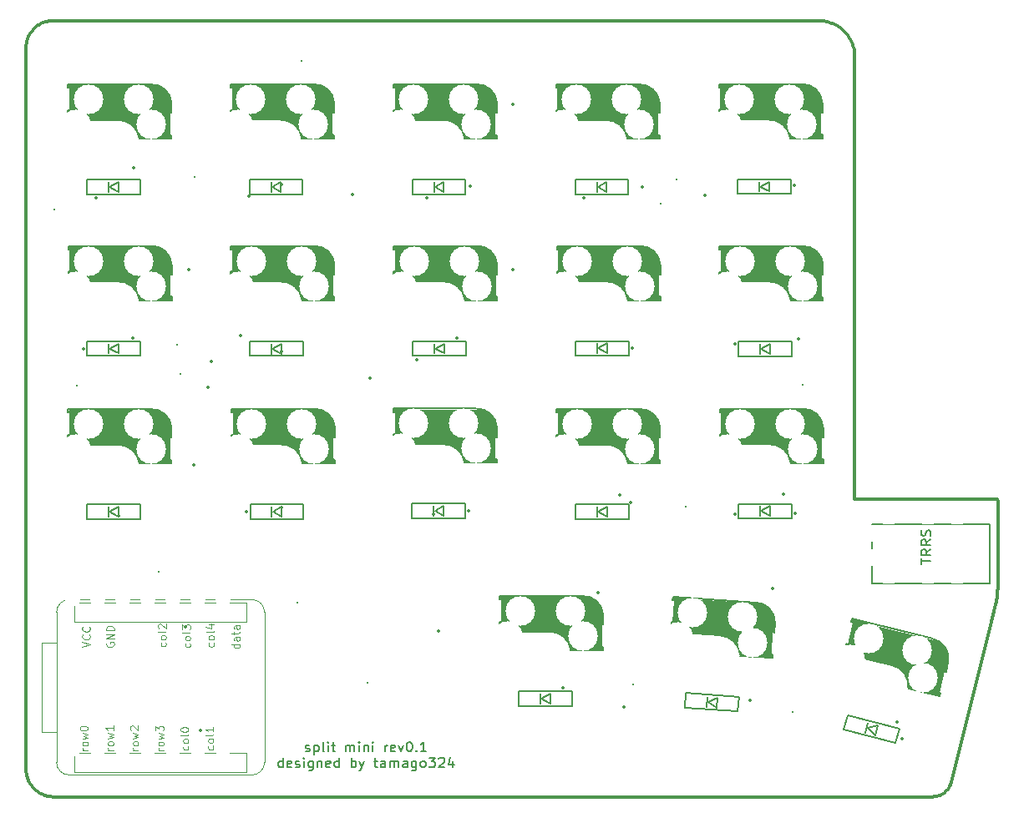
<source format=gto>
%TF.GenerationSoftware,KiCad,Pcbnew,(6.0.6)*%
%TF.CreationDate,2022-09-02T08:16:23+09:00*%
%TF.ProjectId,split-mini,73706c69-742d-46d6-996e-692e6b696361,rev?*%
%TF.SameCoordinates,Original*%
%TF.FileFunction,Legend,Top*%
%TF.FilePolarity,Positive*%
%FSLAX46Y46*%
G04 Gerber Fmt 4.6, Leading zero omitted, Abs format (unit mm)*
G04 Created by KiCad (PCBNEW (6.0.6)) date 2022-09-02 08:16:23*
%MOMM*%
%LPD*%
G01*
G04 APERTURE LIST*
G04 Aperture macros list*
%AMRotRect*
0 Rectangle, with rotation*
0 The origin of the aperture is its center*
0 $1 length*
0 $2 width*
0 $3 Rotation angle, in degrees counterclockwise*
0 Add horizontal line*
21,1,$1,$2,0,0,$3*%
G04 Aperture macros list end*
%TA.AperFunction,Profile*%
%ADD10C,0.349999*%
%TD*%
%ADD11C,0.200000*%
%ADD12C,0.150000*%
%ADD13C,0.100000*%
%ADD14C,0.400000*%
%ADD15C,3.500000*%
%ADD16C,0.500000*%
%ADD17C,3.000000*%
%ADD18C,0.300000*%
%ADD19C,0.800000*%
%ADD20C,1.000000*%
%ADD21C,0.120000*%
%ADD22C,1.200000*%
%ADD23O,2.500000X1.700000*%
%ADD24C,1.600000*%
%ADD25C,0.350000*%
%ADD26C,0.300000*%
%ADD27O,1.500000X1.000000*%
%ADD28R,1.300000X0.950000*%
%ADD29C,1.700000*%
%ADD30C,1.900000*%
%ADD31C,3.000000*%
%ADD32C,4.100000*%
%ADD33R,2.300000X2.000000*%
%ADD34C,4.300000*%
%ADD35RotRect,1.300000X0.950000X356.000000*%
%ADD36RotRect,1.300000X0.950000X346.000000*%
%ADD37RotRect,2.300000X2.000000X166.000000*%
%ADD38RotRect,2.300000X2.000000X176.000000*%
G04 APERTURE END LIST*
D10*
X14780401Y-18578385D02*
X14732187Y-18700673D01*
X107991810Y-94873409D02*
X108087317Y-94740105D01*
X112896823Y-65424635D02*
X112885225Y-65421340D01*
X98210503Y-18990315D02*
X98130320Y-18833759D01*
X97948452Y-18534392D02*
X97847223Y-18392038D01*
X96820421Y-17459222D02*
X96668372Y-17371794D01*
X15268316Y-17815929D02*
X15183682Y-17913642D01*
X112836720Y-65413958D02*
X112824143Y-65413638D01*
X16213406Y-17145251D02*
X16094126Y-17199185D01*
X15485415Y-94919840D02*
X15589743Y-95009711D01*
X15809899Y-95172677D02*
X15925270Y-95245584D01*
X15589743Y-95009711D02*
X15697981Y-95094021D01*
X15450994Y-17633234D02*
X15357477Y-17722403D01*
X107375451Y-95396875D02*
X107514993Y-95313006D01*
X112960793Y-65455393D02*
X112950877Y-65449035D01*
X112930104Y-65437751D02*
X112919278Y-65432856D01*
X95669432Y-17007325D02*
X95490630Y-16975392D01*
X108210073Y-94524731D02*
X108245187Y-94449090D01*
X112849133Y-65414903D02*
X112836720Y-65413958D01*
X97110090Y-17654897D02*
X96967737Y-17553666D01*
X106756106Y-95612478D02*
X106837995Y-95596706D01*
X94937684Y-16933550D02*
X17261574Y-16933550D01*
X96511816Y-17291610D02*
X96350983Y-17218897D01*
X107647071Y-95218200D02*
X107771015Y-95112981D01*
X113068543Y-74296435D02*
X113068543Y-74296435D01*
X107771015Y-95112981D02*
X107886153Y-94997876D01*
X16545903Y-95520564D02*
X16677186Y-95556986D01*
X15037015Y-94399857D02*
X15115680Y-94511769D01*
X112844742Y-76119097D02*
X112844742Y-76119097D01*
X98042894Y-18681709D02*
X97948452Y-18534392D01*
X112885225Y-65421340D02*
X112873401Y-65418610D01*
X15357477Y-17722403D02*
X15268316Y-17815929D01*
X113012737Y-65502594D02*
X113005055Y-65493726D01*
X98405308Y-19484738D02*
X98348225Y-19316033D01*
X106589336Y-95633784D02*
X106673192Y-95624859D01*
X14964100Y-94284491D02*
X15037015Y-94399857D01*
X113012384Y-75214608D02*
X113036924Y-74985949D01*
X95308920Y-16952300D02*
X95124528Y-16938277D01*
X17356812Y-95641024D02*
X17356812Y-95641024D01*
X14897028Y-94165902D02*
X14964100Y-94284491D01*
X15200000Y-94620000D02*
X15289879Y-94724321D01*
X112861365Y-65416459D02*
X112849133Y-65414903D01*
X113068543Y-74296435D02*
X113068543Y-65658038D01*
X14835895Y-94044317D02*
X14897028Y-94165902D01*
X14568551Y-92852954D02*
X14571977Y-92991216D01*
X108331943Y-94211539D02*
X108354386Y-94129031D01*
X113053714Y-65574017D02*
X113049338Y-65562920D01*
X15650424Y-17468643D02*
X15548700Y-17548591D01*
X14568795Y-19626572D02*
X14568795Y-19626572D01*
X113005055Y-65493726D02*
X112996963Y-65485238D01*
X16718874Y-16988305D02*
X16588593Y-17018384D01*
X97247252Y-17762686D02*
X97110090Y-17654897D01*
X14731824Y-93793074D02*
X14780796Y-93919965D01*
X16851481Y-16964613D02*
X16718874Y-16988305D01*
X15865252Y-17323509D02*
X15755998Y-17393559D01*
X113036924Y-74985949D02*
X113054477Y-74756594D01*
X15115680Y-94511769D02*
X15200000Y-94620000D01*
X17356812Y-95641024D02*
X106419137Y-95641001D01*
X16043864Y-95312647D02*
X16165452Y-95373771D01*
X112897036Y-75894817D02*
X112942420Y-75669202D01*
X16810321Y-95586997D02*
X16945080Y-95610500D01*
X14732187Y-18700673D02*
X14689853Y-18825796D01*
X106504623Y-95639186D02*
X106589336Y-95633784D01*
X106673192Y-95624859D02*
X106756106Y-95612478D01*
X107886153Y-94997876D02*
X107991810Y-94873409D01*
X94937684Y-16933550D02*
X94937684Y-16933550D01*
X14571977Y-92991216D02*
X14582194Y-93128539D01*
X113067281Y-65633054D02*
X113065727Y-65620825D01*
X98568543Y-65413607D02*
X98568543Y-65413607D01*
X108245187Y-94449090D02*
X108277260Y-94371634D01*
X113057556Y-65585372D02*
X113053714Y-65574017D01*
X113065727Y-65620825D02*
X113063578Y-65608791D01*
X17261574Y-16933550D02*
X17123000Y-16937066D01*
X15697981Y-95094021D02*
X15809899Y-95172677D01*
X113019992Y-65511826D02*
X113012737Y-65502594D01*
X112226159Y-78600116D02*
X112844742Y-76119097D01*
X97378996Y-17876807D02*
X97247252Y-17762686D01*
X14834325Y-18459099D02*
X14780401Y-18578385D01*
X113068543Y-65658038D02*
X113068543Y-65658038D01*
X98130320Y-18833759D02*
X98042894Y-18681709D01*
X16289808Y-95428861D02*
X16416701Y-95477824D01*
X14780796Y-93919965D02*
X14835895Y-94044317D01*
X15385224Y-94824504D02*
X15385224Y-94824504D01*
X106419137Y-95641001D02*
X106419137Y-95641001D01*
X107076671Y-95529702D02*
X107229120Y-95469282D01*
X97625315Y-18123130D02*
X97505093Y-17997031D01*
X113033162Y-65531324D02*
X113026806Y-65521408D01*
X15103743Y-18015374D02*
X15028669Y-18120954D01*
X96668372Y-17371794D02*
X96511816Y-17291610D01*
X112942420Y-75669202D02*
X112980876Y-75442413D01*
X97505093Y-17997031D02*
X97378996Y-17876807D01*
X98563819Y-20377603D02*
X98549797Y-20193212D01*
X113039047Y-65541558D02*
X113033162Y-65531324D01*
X14689074Y-93663873D02*
X14731824Y-93793074D01*
X15978018Y-17258661D02*
X15865252Y-17323509D01*
X14568551Y-92852954D02*
X14568551Y-92852954D01*
X95845096Y-17047870D02*
X95669432Y-17007325D01*
X112844742Y-76119097D02*
X112897036Y-75894817D01*
X14568795Y-19626572D02*
X14568551Y-92852954D01*
X17123000Y-16937066D02*
X16986246Y-16947477D01*
X108306207Y-94292428D02*
X108331943Y-94211539D01*
X112988475Y-65477145D02*
X112979608Y-65469463D01*
X14652642Y-93532590D02*
X14689074Y-93663873D01*
X14689853Y-18825796D02*
X14653568Y-18953583D01*
X113060849Y-65596968D02*
X113057556Y-65585372D01*
X108087317Y-94740105D02*
X108172000Y-94598491D01*
X112873401Y-65418610D02*
X112861365Y-65416459D01*
X16094126Y-17199185D02*
X15978018Y-17258661D01*
X113068225Y-65645463D02*
X113067281Y-65633054D01*
X96017394Y-17096799D02*
X95845096Y-17047870D01*
X96967737Y-17553666D02*
X96820421Y-17459222D01*
X15028669Y-18120954D02*
X14958628Y-18230215D01*
X17081233Y-95627403D02*
X17218554Y-95637609D01*
X14582697Y-19351243D02*
X14572298Y-19487998D01*
X95490630Y-16975392D02*
X95308920Y-16952300D01*
X14599821Y-19216476D02*
X14582697Y-19351243D01*
X112940642Y-65443149D02*
X112930104Y-65437751D01*
X112824143Y-65413638D02*
X112824143Y-65413638D01*
X106419137Y-95641001D02*
X106504623Y-95639186D01*
X98348225Y-19316033D02*
X98283214Y-19151149D01*
X112979608Y-65469463D02*
X112970375Y-65462207D01*
X16416701Y-95477824D02*
X16545903Y-95520564D01*
X107229120Y-95469282D02*
X107375451Y-95396875D01*
X98494777Y-19832701D02*
X98454235Y-19657037D01*
X112980876Y-75442413D02*
X113012384Y-75214608D01*
X113068543Y-65658038D02*
X113068225Y-65645463D01*
X108277260Y-94371634D02*
X108306207Y-94292428D01*
X14623501Y-19083866D02*
X14599821Y-19216476D01*
X107514993Y-95313006D02*
X107647071Y-95218200D01*
X14622621Y-93399455D02*
X14652642Y-93532590D01*
X112996963Y-65485238D02*
X112988475Y-65477145D01*
X113026806Y-65521408D02*
X113019992Y-65511826D01*
X15548700Y-17548591D02*
X15450994Y-17633234D01*
X112950877Y-65449035D02*
X112940642Y-65443149D01*
X113065023Y-74526703D02*
X113068543Y-74296435D01*
X15183682Y-17913642D02*
X15103743Y-18015374D01*
X14893791Y-18342986D02*
X14834325Y-18459099D01*
X16335690Y-17097026D02*
X16213406Y-17145251D01*
X15289879Y-94724321D02*
X15385224Y-94824504D01*
X112970375Y-65462207D02*
X112960793Y-65455393D01*
X106837995Y-95596706D02*
X106918775Y-95577609D01*
X97739435Y-18254875D02*
X97625315Y-18123130D01*
X113063578Y-65608791D02*
X113060849Y-65596968D01*
X98454235Y-19657037D02*
X98405308Y-19484738D01*
X98549797Y-20193212D02*
X98526708Y-20011502D01*
X15755998Y-17393559D02*
X15650424Y-17468643D01*
X16165452Y-95373771D02*
X16289808Y-95428861D01*
X98568543Y-20564447D02*
X98568543Y-20564447D01*
X17218554Y-95637609D02*
X17356812Y-95641024D01*
X16986246Y-16947477D02*
X16851481Y-16964613D01*
X98526708Y-20011502D02*
X98494777Y-19832701D01*
X112824143Y-65413638D02*
X98568543Y-65413607D01*
X98283214Y-19151149D02*
X98210503Y-18990315D01*
X113054477Y-74756594D02*
X113065023Y-74526703D01*
X108354386Y-94129031D02*
X108354386Y-94129031D01*
X98568543Y-20564447D02*
X98563819Y-20377603D01*
X113049338Y-65562920D02*
X113044444Y-65552095D01*
X108354386Y-94129031D02*
X112226159Y-78600116D01*
X14582194Y-93128539D02*
X14599107Y-93264695D01*
X14572298Y-19487998D02*
X14568795Y-19626572D01*
X16945080Y-95610500D02*
X17081233Y-95627403D01*
X16588593Y-17018384D02*
X16460809Y-17054681D01*
X14653568Y-18953583D02*
X14623501Y-19083866D01*
X108172000Y-94598491D02*
X108210073Y-94524731D01*
X96350983Y-17218897D02*
X96186099Y-17153884D01*
X96186099Y-17153884D02*
X96017394Y-17096799D01*
X95124528Y-16938277D02*
X94937684Y-16933550D01*
X16677186Y-95556986D02*
X16810321Y-95586997D01*
X15925270Y-95245584D02*
X16043864Y-95312647D01*
X106918775Y-95577609D02*
X107076671Y-95529702D01*
X97847223Y-18392038D02*
X97739435Y-18254875D01*
X98568543Y-65413607D02*
X98568543Y-20564447D01*
X14958628Y-18230215D02*
X14893791Y-18342986D01*
X113044444Y-65552095D02*
X113039047Y-65541558D01*
X14599107Y-93264695D02*
X14622621Y-93399455D01*
X112908179Y-65428479D02*
X112896823Y-65424635D01*
X15385224Y-94824504D02*
X15485415Y-94919840D01*
X16460809Y-17054681D02*
X16335690Y-17097026D01*
X112919278Y-65432856D02*
X112908179Y-65428479D01*
X112226159Y-78600116D02*
X112226159Y-78600116D01*
D11*
X42900952Y-91009761D02*
X42996190Y-91057380D01*
X43186666Y-91057380D01*
X43281904Y-91009761D01*
X43329523Y-90914523D01*
X43329523Y-90866904D01*
X43281904Y-90771666D01*
X43186666Y-90724047D01*
X43043809Y-90724047D01*
X42948571Y-90676428D01*
X42900952Y-90581190D01*
X42900952Y-90533571D01*
X42948571Y-90438333D01*
X43043809Y-90390714D01*
X43186666Y-90390714D01*
X43281904Y-90438333D01*
X43758095Y-90390714D02*
X43758095Y-91390714D01*
X43758095Y-90438333D02*
X43853333Y-90390714D01*
X44043809Y-90390714D01*
X44139047Y-90438333D01*
X44186666Y-90485952D01*
X44234285Y-90581190D01*
X44234285Y-90866904D01*
X44186666Y-90962142D01*
X44139047Y-91009761D01*
X44043809Y-91057380D01*
X43853333Y-91057380D01*
X43758095Y-91009761D01*
X44805714Y-91057380D02*
X44710476Y-91009761D01*
X44662857Y-90914523D01*
X44662857Y-90057380D01*
X45186666Y-91057380D02*
X45186666Y-90390714D01*
X45186666Y-90057380D02*
X45139047Y-90105000D01*
X45186666Y-90152619D01*
X45234285Y-90105000D01*
X45186666Y-90057380D01*
X45186666Y-90152619D01*
X45520000Y-90390714D02*
X45900952Y-90390714D01*
X45662857Y-90057380D02*
X45662857Y-90914523D01*
X45710476Y-91009761D01*
X45805714Y-91057380D01*
X45900952Y-91057380D01*
X46996190Y-91057380D02*
X46996190Y-90390714D01*
X46996190Y-90485952D02*
X47043809Y-90438333D01*
X47139047Y-90390714D01*
X47281904Y-90390714D01*
X47377142Y-90438333D01*
X47424761Y-90533571D01*
X47424761Y-91057380D01*
X47424761Y-90533571D02*
X47472380Y-90438333D01*
X47567619Y-90390714D01*
X47710476Y-90390714D01*
X47805714Y-90438333D01*
X47853333Y-90533571D01*
X47853333Y-91057380D01*
X48329523Y-91057380D02*
X48329523Y-90390714D01*
X48329523Y-90057380D02*
X48281904Y-90105000D01*
X48329523Y-90152619D01*
X48377142Y-90105000D01*
X48329523Y-90057380D01*
X48329523Y-90152619D01*
X48805714Y-90390714D02*
X48805714Y-91057380D01*
X48805714Y-90485952D02*
X48853333Y-90438333D01*
X48948571Y-90390714D01*
X49091428Y-90390714D01*
X49186666Y-90438333D01*
X49234285Y-90533571D01*
X49234285Y-91057380D01*
X49710476Y-91057380D02*
X49710476Y-90390714D01*
X49710476Y-90057380D02*
X49662857Y-90105000D01*
X49710476Y-90152619D01*
X49758095Y-90105000D01*
X49710476Y-90057380D01*
X49710476Y-90152619D01*
X50948571Y-91057380D02*
X50948571Y-90390714D01*
X50948571Y-90581190D02*
X50996190Y-90485952D01*
X51043809Y-90438333D01*
X51139047Y-90390714D01*
X51234285Y-90390714D01*
X51948571Y-91009761D02*
X51853333Y-91057380D01*
X51662857Y-91057380D01*
X51567619Y-91009761D01*
X51520000Y-90914523D01*
X51520000Y-90533571D01*
X51567619Y-90438333D01*
X51662857Y-90390714D01*
X51853333Y-90390714D01*
X51948571Y-90438333D01*
X51996190Y-90533571D01*
X51996190Y-90628809D01*
X51520000Y-90724047D01*
X52329523Y-90390714D02*
X52567619Y-91057380D01*
X52805714Y-90390714D01*
X53377142Y-90057380D02*
X53472380Y-90057380D01*
X53567619Y-90105000D01*
X53615238Y-90152619D01*
X53662857Y-90247857D01*
X53710476Y-90438333D01*
X53710476Y-90676428D01*
X53662857Y-90866904D01*
X53615238Y-90962142D01*
X53567619Y-91009761D01*
X53472380Y-91057380D01*
X53377142Y-91057380D01*
X53281904Y-91009761D01*
X53234285Y-90962142D01*
X53186666Y-90866904D01*
X53139047Y-90676428D01*
X53139047Y-90438333D01*
X53186666Y-90247857D01*
X53234285Y-90152619D01*
X53281904Y-90105000D01*
X53377142Y-90057380D01*
X54139047Y-90962142D02*
X54186666Y-91009761D01*
X54139047Y-91057380D01*
X54091428Y-91009761D01*
X54139047Y-90962142D01*
X54139047Y-91057380D01*
X55139047Y-91057380D02*
X54567619Y-91057380D01*
X54853333Y-91057380D02*
X54853333Y-90057380D01*
X54758095Y-90200238D01*
X54662857Y-90295476D01*
X54567619Y-90343095D01*
X40591428Y-92667380D02*
X40591428Y-91667380D01*
X40591428Y-92619761D02*
X40496190Y-92667380D01*
X40305714Y-92667380D01*
X40210476Y-92619761D01*
X40162857Y-92572142D01*
X40115238Y-92476904D01*
X40115238Y-92191190D01*
X40162857Y-92095952D01*
X40210476Y-92048333D01*
X40305714Y-92000714D01*
X40496190Y-92000714D01*
X40591428Y-92048333D01*
X41448571Y-92619761D02*
X41353333Y-92667380D01*
X41162857Y-92667380D01*
X41067619Y-92619761D01*
X41020000Y-92524523D01*
X41020000Y-92143571D01*
X41067619Y-92048333D01*
X41162857Y-92000714D01*
X41353333Y-92000714D01*
X41448571Y-92048333D01*
X41496190Y-92143571D01*
X41496190Y-92238809D01*
X41020000Y-92334047D01*
X41877142Y-92619761D02*
X41972380Y-92667380D01*
X42162857Y-92667380D01*
X42258095Y-92619761D01*
X42305714Y-92524523D01*
X42305714Y-92476904D01*
X42258095Y-92381666D01*
X42162857Y-92334047D01*
X42020000Y-92334047D01*
X41924761Y-92286428D01*
X41877142Y-92191190D01*
X41877142Y-92143571D01*
X41924761Y-92048333D01*
X42020000Y-92000714D01*
X42162857Y-92000714D01*
X42258095Y-92048333D01*
X42734285Y-92667380D02*
X42734285Y-92000714D01*
X42734285Y-91667380D02*
X42686666Y-91715000D01*
X42734285Y-91762619D01*
X42781904Y-91715000D01*
X42734285Y-91667380D01*
X42734285Y-91762619D01*
X43639047Y-92000714D02*
X43639047Y-92810238D01*
X43591428Y-92905476D01*
X43543809Y-92953095D01*
X43448571Y-93000714D01*
X43305714Y-93000714D01*
X43210476Y-92953095D01*
X43639047Y-92619761D02*
X43543809Y-92667380D01*
X43353333Y-92667380D01*
X43258095Y-92619761D01*
X43210476Y-92572142D01*
X43162857Y-92476904D01*
X43162857Y-92191190D01*
X43210476Y-92095952D01*
X43258095Y-92048333D01*
X43353333Y-92000714D01*
X43543809Y-92000714D01*
X43639047Y-92048333D01*
X44115238Y-92000714D02*
X44115238Y-92667380D01*
X44115238Y-92095952D02*
X44162857Y-92048333D01*
X44258095Y-92000714D01*
X44400952Y-92000714D01*
X44496190Y-92048333D01*
X44543809Y-92143571D01*
X44543809Y-92667380D01*
X45400952Y-92619761D02*
X45305714Y-92667380D01*
X45115238Y-92667380D01*
X45020000Y-92619761D01*
X44972380Y-92524523D01*
X44972380Y-92143571D01*
X45020000Y-92048333D01*
X45115238Y-92000714D01*
X45305714Y-92000714D01*
X45400952Y-92048333D01*
X45448571Y-92143571D01*
X45448571Y-92238809D01*
X44972380Y-92334047D01*
X46305714Y-92667380D02*
X46305714Y-91667380D01*
X46305714Y-92619761D02*
X46210476Y-92667380D01*
X46020000Y-92667380D01*
X45924761Y-92619761D01*
X45877142Y-92572142D01*
X45829523Y-92476904D01*
X45829523Y-92191190D01*
X45877142Y-92095952D01*
X45924761Y-92048333D01*
X46020000Y-92000714D01*
X46210476Y-92000714D01*
X46305714Y-92048333D01*
X47543809Y-92667380D02*
X47543809Y-91667380D01*
X47543809Y-92048333D02*
X47639047Y-92000714D01*
X47829523Y-92000714D01*
X47924761Y-92048333D01*
X47972380Y-92095952D01*
X48020000Y-92191190D01*
X48020000Y-92476904D01*
X47972380Y-92572142D01*
X47924761Y-92619761D01*
X47829523Y-92667380D01*
X47639047Y-92667380D01*
X47543809Y-92619761D01*
X48353333Y-92000714D02*
X48591428Y-92667380D01*
X48829523Y-92000714D02*
X48591428Y-92667380D01*
X48496190Y-92905476D01*
X48448571Y-92953095D01*
X48353333Y-93000714D01*
X49829523Y-92000714D02*
X50210476Y-92000714D01*
X49972380Y-91667380D02*
X49972380Y-92524523D01*
X50020000Y-92619761D01*
X50115238Y-92667380D01*
X50210476Y-92667380D01*
X50972380Y-92667380D02*
X50972380Y-92143571D01*
X50924761Y-92048333D01*
X50829523Y-92000714D01*
X50639047Y-92000714D01*
X50543809Y-92048333D01*
X50972380Y-92619761D02*
X50877142Y-92667380D01*
X50639047Y-92667380D01*
X50543809Y-92619761D01*
X50496190Y-92524523D01*
X50496190Y-92429285D01*
X50543809Y-92334047D01*
X50639047Y-92286428D01*
X50877142Y-92286428D01*
X50972380Y-92238809D01*
X51448571Y-92667380D02*
X51448571Y-92000714D01*
X51448571Y-92095952D02*
X51496190Y-92048333D01*
X51591428Y-92000714D01*
X51734285Y-92000714D01*
X51829523Y-92048333D01*
X51877142Y-92143571D01*
X51877142Y-92667380D01*
X51877142Y-92143571D02*
X51924761Y-92048333D01*
X52020000Y-92000714D01*
X52162857Y-92000714D01*
X52258095Y-92048333D01*
X52305714Y-92143571D01*
X52305714Y-92667380D01*
X53210476Y-92667380D02*
X53210476Y-92143571D01*
X53162857Y-92048333D01*
X53067619Y-92000714D01*
X52877142Y-92000714D01*
X52781904Y-92048333D01*
X53210476Y-92619761D02*
X53115238Y-92667380D01*
X52877142Y-92667380D01*
X52781904Y-92619761D01*
X52734285Y-92524523D01*
X52734285Y-92429285D01*
X52781904Y-92334047D01*
X52877142Y-92286428D01*
X53115238Y-92286428D01*
X53210476Y-92238809D01*
X54115238Y-92000714D02*
X54115238Y-92810238D01*
X54067619Y-92905476D01*
X54020000Y-92953095D01*
X53924761Y-93000714D01*
X53781904Y-93000714D01*
X53686666Y-92953095D01*
X54115238Y-92619761D02*
X54020000Y-92667380D01*
X53829523Y-92667380D01*
X53734285Y-92619761D01*
X53686666Y-92572142D01*
X53639047Y-92476904D01*
X53639047Y-92191190D01*
X53686666Y-92095952D01*
X53734285Y-92048333D01*
X53829523Y-92000714D01*
X54020000Y-92000714D01*
X54115238Y-92048333D01*
X54734285Y-92667380D02*
X54639047Y-92619761D01*
X54591428Y-92572142D01*
X54543809Y-92476904D01*
X54543809Y-92191190D01*
X54591428Y-92095952D01*
X54639047Y-92048333D01*
X54734285Y-92000714D01*
X54877142Y-92000714D01*
X54972380Y-92048333D01*
X55020000Y-92095952D01*
X55067619Y-92191190D01*
X55067619Y-92476904D01*
X55020000Y-92572142D01*
X54972380Y-92619761D01*
X54877142Y-92667380D01*
X54734285Y-92667380D01*
X55400952Y-91667380D02*
X56020000Y-91667380D01*
X55686666Y-92048333D01*
X55829523Y-92048333D01*
X55924761Y-92095952D01*
X55972380Y-92143571D01*
X56020000Y-92238809D01*
X56020000Y-92476904D01*
X55972380Y-92572142D01*
X55924761Y-92619761D01*
X55829523Y-92667380D01*
X55543809Y-92667380D01*
X55448571Y-92619761D01*
X55400952Y-92572142D01*
X56400952Y-91762619D02*
X56448571Y-91715000D01*
X56543809Y-91667380D01*
X56781904Y-91667380D01*
X56877142Y-91715000D01*
X56924761Y-91762619D01*
X56972380Y-91857857D01*
X56972380Y-91953095D01*
X56924761Y-92095952D01*
X56353333Y-92667380D01*
X56972380Y-92667380D01*
X57829523Y-92000714D02*
X57829523Y-92667380D01*
X57591428Y-91619761D02*
X57353333Y-92334047D01*
X57972380Y-92334047D01*
D12*
%TO.C,J1*%
X105282380Y-72026904D02*
X105282380Y-71455476D01*
X106282380Y-71741190D02*
X105282380Y-71741190D01*
X106282380Y-70550714D02*
X105806190Y-70884047D01*
X106282380Y-71122142D02*
X105282380Y-71122142D01*
X105282380Y-70741190D01*
X105330000Y-70645952D01*
X105377619Y-70598333D01*
X105472857Y-70550714D01*
X105615714Y-70550714D01*
X105710952Y-70598333D01*
X105758571Y-70645952D01*
X105806190Y-70741190D01*
X105806190Y-71122142D01*
X106282380Y-69550714D02*
X105806190Y-69884047D01*
X106282380Y-70122142D02*
X105282380Y-70122142D01*
X105282380Y-69741190D01*
X105330000Y-69645952D01*
X105377619Y-69598333D01*
X105472857Y-69550714D01*
X105615714Y-69550714D01*
X105710952Y-69598333D01*
X105758571Y-69645952D01*
X105806190Y-69741190D01*
X105806190Y-70122142D01*
X106234761Y-69169761D02*
X106282380Y-69026904D01*
X106282380Y-68788809D01*
X106234761Y-68693571D01*
X106187142Y-68645952D01*
X106091904Y-68598333D01*
X105996666Y-68598333D01*
X105901428Y-68645952D01*
X105853809Y-68693571D01*
X105806190Y-68788809D01*
X105758571Y-68979285D01*
X105710952Y-69074523D01*
X105663333Y-69122142D01*
X105568095Y-69169761D01*
X105472857Y-69169761D01*
X105377619Y-69122142D01*
X105330000Y-69074523D01*
X105282380Y-68979285D01*
X105282380Y-68741190D01*
X105330000Y-68598333D01*
D13*
%TO.C,U1*%
X33511309Y-90465604D02*
X33549404Y-90541795D01*
X33549404Y-90694176D01*
X33511309Y-90770366D01*
X33473214Y-90808461D01*
X33397023Y-90846557D01*
X33168452Y-90846557D01*
X33092261Y-90808461D01*
X33054166Y-90770366D01*
X33016071Y-90694176D01*
X33016071Y-90541795D01*
X33054166Y-90465604D01*
X33549404Y-90008461D02*
X33511309Y-90084652D01*
X33473214Y-90122747D01*
X33397023Y-90160842D01*
X33168452Y-90160842D01*
X33092261Y-90122747D01*
X33054166Y-90084652D01*
X33016071Y-90008461D01*
X33016071Y-89894176D01*
X33054166Y-89817985D01*
X33092261Y-89779890D01*
X33168452Y-89741795D01*
X33397023Y-89741795D01*
X33473214Y-89779890D01*
X33511309Y-89817985D01*
X33549404Y-89894176D01*
X33549404Y-90008461D01*
X33549404Y-89284652D02*
X33511309Y-89360842D01*
X33435119Y-89398938D01*
X32749404Y-89398938D01*
X33549404Y-88560842D02*
X33549404Y-89017985D01*
X33549404Y-88789414D02*
X32749404Y-88789414D01*
X32863690Y-88865604D01*
X32939880Y-88941795D01*
X32977976Y-89017985D01*
X20259404Y-80440366D02*
X21059404Y-80173700D01*
X20259404Y-79907033D01*
X20983214Y-79183223D02*
X21021309Y-79221319D01*
X21059404Y-79335604D01*
X21059404Y-79411795D01*
X21021309Y-79526080D01*
X20945119Y-79602271D01*
X20868928Y-79640366D01*
X20716547Y-79678461D01*
X20602261Y-79678461D01*
X20449880Y-79640366D01*
X20373690Y-79602271D01*
X20297500Y-79526080D01*
X20259404Y-79411795D01*
X20259404Y-79335604D01*
X20297500Y-79221319D01*
X20335595Y-79183223D01*
X20983214Y-78383223D02*
X21021309Y-78421319D01*
X21059404Y-78535604D01*
X21059404Y-78611795D01*
X21021309Y-78726080D01*
X20945119Y-78802271D01*
X20868928Y-78840366D01*
X20716547Y-78878461D01*
X20602261Y-78878461D01*
X20449880Y-78840366D01*
X20373690Y-78802271D01*
X20297500Y-78726080D01*
X20259404Y-78611795D01*
X20259404Y-78535604D01*
X20297500Y-78421319D01*
X20335595Y-78383223D01*
X30971309Y-90485604D02*
X31009404Y-90561795D01*
X31009404Y-90714176D01*
X30971309Y-90790366D01*
X30933214Y-90828461D01*
X30857023Y-90866557D01*
X30628452Y-90866557D01*
X30552261Y-90828461D01*
X30514166Y-90790366D01*
X30476071Y-90714176D01*
X30476071Y-90561795D01*
X30514166Y-90485604D01*
X31009404Y-90028461D02*
X30971309Y-90104652D01*
X30933214Y-90142747D01*
X30857023Y-90180842D01*
X30628452Y-90180842D01*
X30552261Y-90142747D01*
X30514166Y-90104652D01*
X30476071Y-90028461D01*
X30476071Y-89914176D01*
X30514166Y-89837985D01*
X30552261Y-89799890D01*
X30628452Y-89761795D01*
X30857023Y-89761795D01*
X30933214Y-89799890D01*
X30971309Y-89837985D01*
X31009404Y-89914176D01*
X31009404Y-90028461D01*
X31009404Y-89304652D02*
X30971309Y-89380842D01*
X30895119Y-89418938D01*
X30209404Y-89418938D01*
X30209404Y-88847509D02*
X30209404Y-88771319D01*
X30247500Y-88695128D01*
X30285595Y-88657033D01*
X30361785Y-88618938D01*
X30514166Y-88580842D01*
X30704642Y-88580842D01*
X30857023Y-88618938D01*
X30933214Y-88657033D01*
X30971309Y-88695128D01*
X31009404Y-88771319D01*
X31009404Y-88847509D01*
X30971309Y-88923700D01*
X30933214Y-88961795D01*
X30857023Y-88999890D01*
X30704642Y-89037985D01*
X30514166Y-89037985D01*
X30361785Y-88999890D01*
X30285595Y-88961795D01*
X30247500Y-88923700D01*
X30209404Y-88847509D01*
X22717500Y-79983223D02*
X22679404Y-80059414D01*
X22679404Y-80173700D01*
X22717500Y-80287985D01*
X22793690Y-80364176D01*
X22869880Y-80402271D01*
X23022261Y-80440366D01*
X23136547Y-80440366D01*
X23288928Y-80402271D01*
X23365119Y-80364176D01*
X23441309Y-80287985D01*
X23479404Y-80173700D01*
X23479404Y-80097509D01*
X23441309Y-79983223D01*
X23403214Y-79945128D01*
X23136547Y-79945128D01*
X23136547Y-80097509D01*
X23479404Y-79602271D02*
X22679404Y-79602271D01*
X23479404Y-79145128D01*
X22679404Y-79145128D01*
X23479404Y-78764176D02*
X22679404Y-78764176D01*
X22679404Y-78573700D01*
X22717500Y-78459414D01*
X22793690Y-78383223D01*
X22869880Y-78345128D01*
X23022261Y-78307033D01*
X23136547Y-78307033D01*
X23288928Y-78345128D01*
X23365119Y-78383223D01*
X23441309Y-78459414D01*
X23479404Y-78573700D01*
X23479404Y-78764176D01*
X36199404Y-80174652D02*
X35399404Y-80174652D01*
X36161309Y-80174652D02*
X36199404Y-80250842D01*
X36199404Y-80403223D01*
X36161309Y-80479414D01*
X36123214Y-80517509D01*
X36047023Y-80555604D01*
X35818452Y-80555604D01*
X35742261Y-80517509D01*
X35704166Y-80479414D01*
X35666071Y-80403223D01*
X35666071Y-80250842D01*
X35704166Y-80174652D01*
X36199404Y-79450842D02*
X35780357Y-79450842D01*
X35704166Y-79488938D01*
X35666071Y-79565128D01*
X35666071Y-79717509D01*
X35704166Y-79793700D01*
X36161309Y-79450842D02*
X36199404Y-79527033D01*
X36199404Y-79717509D01*
X36161309Y-79793700D01*
X36085119Y-79831795D01*
X36008928Y-79831795D01*
X35932738Y-79793700D01*
X35894642Y-79717509D01*
X35894642Y-79527033D01*
X35856547Y-79450842D01*
X35666071Y-79184176D02*
X35666071Y-78879414D01*
X35399404Y-79069890D02*
X36085119Y-79069890D01*
X36161309Y-79031795D01*
X36199404Y-78955604D01*
X36199404Y-78879414D01*
X36199404Y-78269890D02*
X35780357Y-78269890D01*
X35704166Y-78307985D01*
X35666071Y-78384176D01*
X35666071Y-78536557D01*
X35704166Y-78612747D01*
X36161309Y-78269890D02*
X36199404Y-78346080D01*
X36199404Y-78536557D01*
X36161309Y-78612747D01*
X36085119Y-78650842D01*
X36008928Y-78650842D01*
X35932738Y-78612747D01*
X35894642Y-78536557D01*
X35894642Y-78346080D01*
X35856547Y-78269890D01*
X31181309Y-80085604D02*
X31219404Y-80161795D01*
X31219404Y-80314176D01*
X31181309Y-80390366D01*
X31143214Y-80428461D01*
X31067023Y-80466557D01*
X30838452Y-80466557D01*
X30762261Y-80428461D01*
X30724166Y-80390366D01*
X30686071Y-80314176D01*
X30686071Y-80161795D01*
X30724166Y-80085604D01*
X31219404Y-79628461D02*
X31181309Y-79704652D01*
X31143214Y-79742747D01*
X31067023Y-79780842D01*
X30838452Y-79780842D01*
X30762261Y-79742747D01*
X30724166Y-79704652D01*
X30686071Y-79628461D01*
X30686071Y-79514176D01*
X30724166Y-79437985D01*
X30762261Y-79399890D01*
X30838452Y-79361795D01*
X31067023Y-79361795D01*
X31143214Y-79399890D01*
X31181309Y-79437985D01*
X31219404Y-79514176D01*
X31219404Y-79628461D01*
X31219404Y-78904652D02*
X31181309Y-78980842D01*
X31105119Y-79018938D01*
X30419404Y-79018938D01*
X30419404Y-78676080D02*
X30419404Y-78180842D01*
X30724166Y-78447509D01*
X30724166Y-78333223D01*
X30762261Y-78257033D01*
X30800357Y-78218938D01*
X30876547Y-78180842D01*
X31067023Y-78180842D01*
X31143214Y-78218938D01*
X31181309Y-78257033D01*
X31219404Y-78333223D01*
X31219404Y-78561795D01*
X31181309Y-78637985D01*
X31143214Y-78676080D01*
X28499404Y-90922747D02*
X27966071Y-90922747D01*
X28118452Y-90922747D02*
X28042261Y-90884652D01*
X28004166Y-90846557D01*
X27966071Y-90770366D01*
X27966071Y-90694176D01*
X28499404Y-90313223D02*
X28461309Y-90389414D01*
X28423214Y-90427509D01*
X28347023Y-90465604D01*
X28118452Y-90465604D01*
X28042261Y-90427509D01*
X28004166Y-90389414D01*
X27966071Y-90313223D01*
X27966071Y-90198938D01*
X28004166Y-90122747D01*
X28042261Y-90084652D01*
X28118452Y-90046557D01*
X28347023Y-90046557D01*
X28423214Y-90084652D01*
X28461309Y-90122747D01*
X28499404Y-90198938D01*
X28499404Y-90313223D01*
X27966071Y-89779890D02*
X28499404Y-89627509D01*
X28118452Y-89475128D01*
X28499404Y-89322747D01*
X27966071Y-89170366D01*
X27699404Y-88941795D02*
X27699404Y-88446557D01*
X28004166Y-88713223D01*
X28004166Y-88598938D01*
X28042261Y-88522747D01*
X28080357Y-88484652D01*
X28156547Y-88446557D01*
X28347023Y-88446557D01*
X28423214Y-88484652D01*
X28461309Y-88522747D01*
X28499404Y-88598938D01*
X28499404Y-88827509D01*
X28461309Y-88903700D01*
X28423214Y-88941795D01*
X33581309Y-80015604D02*
X33619404Y-80091795D01*
X33619404Y-80244176D01*
X33581309Y-80320366D01*
X33543214Y-80358461D01*
X33467023Y-80396557D01*
X33238452Y-80396557D01*
X33162261Y-80358461D01*
X33124166Y-80320366D01*
X33086071Y-80244176D01*
X33086071Y-80091795D01*
X33124166Y-80015604D01*
X33619404Y-79558461D02*
X33581309Y-79634652D01*
X33543214Y-79672747D01*
X33467023Y-79710842D01*
X33238452Y-79710842D01*
X33162261Y-79672747D01*
X33124166Y-79634652D01*
X33086071Y-79558461D01*
X33086071Y-79444176D01*
X33124166Y-79367985D01*
X33162261Y-79329890D01*
X33238452Y-79291795D01*
X33467023Y-79291795D01*
X33543214Y-79329890D01*
X33581309Y-79367985D01*
X33619404Y-79444176D01*
X33619404Y-79558461D01*
X33619404Y-78834652D02*
X33581309Y-78910842D01*
X33505119Y-78948938D01*
X32819404Y-78948938D01*
X33086071Y-78187033D02*
X33619404Y-78187033D01*
X32781309Y-78377509D02*
X33352738Y-78567985D01*
X33352738Y-78072747D01*
X28721309Y-79985604D02*
X28759404Y-80061795D01*
X28759404Y-80214176D01*
X28721309Y-80290366D01*
X28683214Y-80328461D01*
X28607023Y-80366557D01*
X28378452Y-80366557D01*
X28302261Y-80328461D01*
X28264166Y-80290366D01*
X28226071Y-80214176D01*
X28226071Y-80061795D01*
X28264166Y-79985604D01*
X28759404Y-79528461D02*
X28721309Y-79604652D01*
X28683214Y-79642747D01*
X28607023Y-79680842D01*
X28378452Y-79680842D01*
X28302261Y-79642747D01*
X28264166Y-79604652D01*
X28226071Y-79528461D01*
X28226071Y-79414176D01*
X28264166Y-79337985D01*
X28302261Y-79299890D01*
X28378452Y-79261795D01*
X28607023Y-79261795D01*
X28683214Y-79299890D01*
X28721309Y-79337985D01*
X28759404Y-79414176D01*
X28759404Y-79528461D01*
X28759404Y-78804652D02*
X28721309Y-78880842D01*
X28645119Y-78918938D01*
X27959404Y-78918938D01*
X28035595Y-78537985D02*
X27997500Y-78499890D01*
X27959404Y-78423700D01*
X27959404Y-78233223D01*
X27997500Y-78157033D01*
X28035595Y-78118938D01*
X28111785Y-78080842D01*
X28187976Y-78080842D01*
X28302261Y-78118938D01*
X28759404Y-78576080D01*
X28759404Y-78080842D01*
X23409404Y-90912747D02*
X22876071Y-90912747D01*
X23028452Y-90912747D02*
X22952261Y-90874652D01*
X22914166Y-90836557D01*
X22876071Y-90760366D01*
X22876071Y-90684176D01*
X23409404Y-90303223D02*
X23371309Y-90379414D01*
X23333214Y-90417509D01*
X23257023Y-90455604D01*
X23028452Y-90455604D01*
X22952261Y-90417509D01*
X22914166Y-90379414D01*
X22876071Y-90303223D01*
X22876071Y-90188938D01*
X22914166Y-90112747D01*
X22952261Y-90074652D01*
X23028452Y-90036557D01*
X23257023Y-90036557D01*
X23333214Y-90074652D01*
X23371309Y-90112747D01*
X23409404Y-90188938D01*
X23409404Y-90303223D01*
X22876071Y-89769890D02*
X23409404Y-89617509D01*
X23028452Y-89465128D01*
X23409404Y-89312747D01*
X22876071Y-89160366D01*
X23409404Y-88436557D02*
X23409404Y-88893700D01*
X23409404Y-88665128D02*
X22609404Y-88665128D01*
X22723690Y-88741319D01*
X22799880Y-88817509D01*
X22837976Y-88893700D01*
X25929404Y-90902747D02*
X25396071Y-90902747D01*
X25548452Y-90902747D02*
X25472261Y-90864652D01*
X25434166Y-90826557D01*
X25396071Y-90750366D01*
X25396071Y-90674176D01*
X25929404Y-90293223D02*
X25891309Y-90369414D01*
X25853214Y-90407509D01*
X25777023Y-90445604D01*
X25548452Y-90445604D01*
X25472261Y-90407509D01*
X25434166Y-90369414D01*
X25396071Y-90293223D01*
X25396071Y-90178938D01*
X25434166Y-90102747D01*
X25472261Y-90064652D01*
X25548452Y-90026557D01*
X25777023Y-90026557D01*
X25853214Y-90064652D01*
X25891309Y-90102747D01*
X25929404Y-90178938D01*
X25929404Y-90293223D01*
X25396071Y-89759890D02*
X25929404Y-89607509D01*
X25548452Y-89455128D01*
X25929404Y-89302747D01*
X25396071Y-89150366D01*
X25205595Y-88883700D02*
X25167500Y-88845604D01*
X25129404Y-88769414D01*
X25129404Y-88578938D01*
X25167500Y-88502747D01*
X25205595Y-88464652D01*
X25281785Y-88426557D01*
X25357976Y-88426557D01*
X25472261Y-88464652D01*
X25929404Y-88921795D01*
X25929404Y-88426557D01*
X20809404Y-90922747D02*
X20276071Y-90922747D01*
X20428452Y-90922747D02*
X20352261Y-90884652D01*
X20314166Y-90846557D01*
X20276071Y-90770366D01*
X20276071Y-90694176D01*
X20809404Y-90313223D02*
X20771309Y-90389414D01*
X20733214Y-90427509D01*
X20657023Y-90465604D01*
X20428452Y-90465604D01*
X20352261Y-90427509D01*
X20314166Y-90389414D01*
X20276071Y-90313223D01*
X20276071Y-90198938D01*
X20314166Y-90122747D01*
X20352261Y-90084652D01*
X20428452Y-90046557D01*
X20657023Y-90046557D01*
X20733214Y-90084652D01*
X20771309Y-90122747D01*
X20809404Y-90198938D01*
X20809404Y-90313223D01*
X20276071Y-89779890D02*
X20809404Y-89627509D01*
X20428452Y-89475128D01*
X20809404Y-89322747D01*
X20276071Y-89170366D01*
X20009404Y-88713223D02*
X20009404Y-88637033D01*
X20047500Y-88560842D01*
X20085595Y-88522747D01*
X20161785Y-88484652D01*
X20314166Y-88446557D01*
X20504642Y-88446557D01*
X20657023Y-88484652D01*
X20733214Y-88522747D01*
X20771309Y-88560842D01*
X20809404Y-88637033D01*
X20809404Y-88713223D01*
X20771309Y-88789414D01*
X20733214Y-88827509D01*
X20657023Y-88865604D01*
X20504642Y-88903700D01*
X20314166Y-88903700D01*
X20161785Y-88865604D01*
X20085595Y-88827509D01*
X20047500Y-88789414D01*
X20009404Y-88713223D01*
D12*
%TO.C,D7*%
X39520000Y-50180000D02*
X40420000Y-49680000D01*
X39420000Y-49680000D02*
X39420000Y-50680000D01*
X40420000Y-50680000D02*
X39520000Y-50180000D01*
X37220000Y-50930000D02*
X42620000Y-50930000D01*
X42620000Y-49430000D02*
X42620000Y-50930000D01*
X37220000Y-49430000D02*
X37220000Y-50930000D01*
X42620000Y-49430000D02*
X37220000Y-49430000D01*
X40420000Y-49680000D02*
X40420000Y-50680000D01*
D14*
%TO.C,SW6*%
X19030000Y-39960000D02*
X20430000Y-39960000D01*
D12*
X29100000Y-42660000D02*
X29100000Y-44900000D01*
D14*
X19030000Y-42460000D02*
X19030000Y-43160000D01*
D12*
X18830000Y-40110000D02*
X18830000Y-39760000D01*
X29130000Y-44900000D02*
X29330000Y-44900000D01*
X29330000Y-42660000D02*
X29130000Y-42660000D01*
X23830000Y-43360000D02*
X18830000Y-43360000D01*
X18830000Y-43360000D02*
X18830000Y-42360000D01*
D15*
X20830000Y-41560000D02*
X27530000Y-41560000D01*
D16*
X29130000Y-45060000D02*
X26430000Y-45060000D01*
D17*
X27600000Y-41260000D02*
X27600000Y-43500000D01*
D12*
X29330000Y-45260000D02*
X26050000Y-45260000D01*
X18830000Y-39760000D02*
X27230000Y-39759999D01*
D18*
X29229999Y-42560000D02*
X29230000Y-41660001D01*
D16*
X19130000Y-43060000D02*
X20530000Y-43060000D01*
D12*
X29330000Y-41660000D02*
X29330000Y-42660000D01*
D19*
X28730000Y-44760000D02*
X28730000Y-42960000D01*
D12*
X19030000Y-40110000D02*
X18830000Y-40110000D01*
X18830000Y-42360000D02*
X19030000Y-42360000D01*
X19050000Y-42360000D02*
X19050000Y-40110000D01*
D20*
X19530000Y-40360000D02*
X19530000Y-42860000D01*
D12*
X29330000Y-45260000D02*
X29330000Y-44900000D01*
X26046318Y-45238529D02*
G75*
G03*
X23830000Y-43360000I-2151318J-291471D01*
G01*
D20*
X26446318Y-44838529D02*
G75*
G03*
X24230000Y-42960000I-2151318J-291471D01*
G01*
D12*
X29330001Y-41660000D02*
G75*
G03*
X27230000Y-39759999I-2000001J-100000D01*
G01*
D14*
%TO.C,SW11*%
X19020000Y-56520000D02*
X20420000Y-56520000D01*
D17*
X27590000Y-57820000D02*
X27590000Y-60060000D01*
D12*
X19020000Y-56670000D02*
X18820000Y-56670000D01*
D16*
X29120000Y-61620000D02*
X26420000Y-61620000D01*
D18*
X29219999Y-59120000D02*
X29220000Y-58220001D01*
D12*
X19040000Y-58920000D02*
X19040000Y-56670000D01*
D15*
X20820000Y-58120000D02*
X27520000Y-58120000D01*
D12*
X18820000Y-58920000D02*
X19020000Y-58920000D01*
X18820000Y-56320000D02*
X27220000Y-56319999D01*
X23820000Y-59920000D02*
X18820000Y-59920000D01*
D14*
X19020000Y-59020000D02*
X19020000Y-59720000D01*
D12*
X29320000Y-59220000D02*
X29120000Y-59220000D01*
X29320000Y-61820000D02*
X29320000Y-61460000D01*
D20*
X19520000Y-56920000D02*
X19520000Y-59420000D01*
D12*
X18820000Y-56670000D02*
X18820000Y-56320000D01*
D16*
X19120000Y-59620000D02*
X20520000Y-59620000D01*
D12*
X18820000Y-59920000D02*
X18820000Y-58920000D01*
D19*
X28720000Y-61320000D02*
X28720000Y-59520000D01*
D12*
X29090000Y-59220000D02*
X29090000Y-61460000D01*
X29320000Y-58220000D02*
X29320000Y-59220000D01*
X29120000Y-61460000D02*
X29320000Y-61460000D01*
X29320000Y-61820000D02*
X26040000Y-61820000D01*
X29320001Y-58220000D02*
G75*
G03*
X27220000Y-56319999I-2000001J-100000D01*
G01*
X26036318Y-61798529D02*
G75*
G03*
X23820000Y-59920000I-2151318J-291471D01*
G01*
D20*
X26436318Y-61398529D02*
G75*
G03*
X24220000Y-59520000I-2151318J-291471D01*
G01*
D12*
%TO.C,D6*%
X26150000Y-49420000D02*
X26150000Y-50920000D01*
X23950000Y-50670000D02*
X23050000Y-50170000D01*
X22950000Y-49670000D02*
X22950000Y-50670000D01*
X26150000Y-49420000D02*
X20750000Y-49420000D01*
X23950000Y-49670000D02*
X23950000Y-50670000D01*
X23050000Y-50170000D02*
X23950000Y-49670000D01*
X20750000Y-49420000D02*
X20750000Y-50920000D01*
X20750000Y-50920000D02*
X26150000Y-50920000D01*
%TO.C,SW9*%
X78860000Y-42670000D02*
X78660000Y-42670000D01*
X78860000Y-41670000D02*
X78860000Y-42670000D01*
X68360000Y-40120000D02*
X68360000Y-39770000D01*
X68580000Y-42370000D02*
X68580000Y-40120000D01*
X78860000Y-45270000D02*
X75580000Y-45270000D01*
X68360000Y-42370000D02*
X68560000Y-42370000D01*
D17*
X77130000Y-41270000D02*
X77130000Y-43510000D01*
D12*
X78660000Y-44910000D02*
X78860000Y-44910000D01*
X78860000Y-45270000D02*
X78860000Y-44910000D01*
X68360000Y-43370000D02*
X68360000Y-42370000D01*
D20*
X69060000Y-40370000D02*
X69060000Y-42870000D01*
D16*
X78660000Y-45070000D02*
X75960000Y-45070000D01*
D15*
X70360000Y-41570000D02*
X77060000Y-41570000D01*
D12*
X68560000Y-40120000D02*
X68360000Y-40120000D01*
D14*
X68560000Y-39970000D02*
X69960000Y-39970000D01*
D19*
X78260000Y-44770000D02*
X78260000Y-42970000D01*
D16*
X68660000Y-43070000D02*
X70060000Y-43070000D01*
D18*
X78759999Y-42570000D02*
X78760000Y-41670001D01*
D14*
X68560000Y-42470000D02*
X68560000Y-43170000D01*
D12*
X68360000Y-39770000D02*
X76760000Y-39769999D01*
X73360000Y-43370000D02*
X68360000Y-43370000D01*
X78630000Y-42670000D02*
X78630000Y-44910000D01*
X78860001Y-41670000D02*
G75*
G03*
X76760000Y-39769999I-2000001J-100000D01*
G01*
X75576318Y-45248529D02*
G75*
G03*
X73360000Y-43370000I-2151318J-291471D01*
G01*
D20*
X75976318Y-44848529D02*
G75*
G03*
X73760000Y-42970000I-2151318J-291471D01*
G01*
D14*
%TO.C,SW3*%
X52010000Y-23570000D02*
X53410000Y-23570000D01*
D12*
X62310000Y-28870000D02*
X62310000Y-28510000D01*
X62080000Y-26270000D02*
X62080000Y-28510000D01*
D16*
X62110000Y-28670000D02*
X59410000Y-28670000D01*
D15*
X53810000Y-25170000D02*
X60510000Y-25170000D01*
D12*
X52010000Y-23720000D02*
X51810000Y-23720000D01*
X51810000Y-23370000D02*
X60210000Y-23369999D01*
D19*
X61710000Y-28370000D02*
X61710000Y-26570000D01*
D12*
X62310000Y-25270000D02*
X62310000Y-26270000D01*
X62110000Y-28510000D02*
X62310000Y-28510000D01*
D17*
X60580000Y-24870000D02*
X60580000Y-27110000D01*
D14*
X52010000Y-26070000D02*
X52010000Y-26770000D01*
D18*
X62209999Y-26170000D02*
X62210000Y-25270001D01*
D12*
X62310000Y-28870000D02*
X59030000Y-28870000D01*
X62310000Y-26270000D02*
X62110000Y-26270000D01*
X56810000Y-26970000D02*
X51810000Y-26970000D01*
D16*
X52110000Y-26670000D02*
X53510000Y-26670000D01*
D12*
X51810000Y-25970000D02*
X52010000Y-25970000D01*
X51810000Y-23720000D02*
X51810000Y-23370000D01*
X52030000Y-25970000D02*
X52030000Y-23720000D01*
X51810000Y-26970000D02*
X51810000Y-25970000D01*
D20*
X52510000Y-23970000D02*
X52510000Y-26470000D01*
D12*
X59026318Y-28848529D02*
G75*
G03*
X56810000Y-26970000I-2151318J-291471D01*
G01*
X62310001Y-25270000D02*
G75*
G03*
X60210000Y-23369999I-2000001J-100000D01*
G01*
D20*
X59426318Y-28448529D02*
G75*
G03*
X57210000Y-26570000I-2151318J-291471D01*
G01*
D12*
%TO.C,D9*%
X72570000Y-50160000D02*
X73470000Y-49660000D01*
X75670000Y-49410000D02*
X70270000Y-49410000D01*
X73470000Y-49660000D02*
X73470000Y-50660000D01*
X75670000Y-49410000D02*
X75670000Y-50910000D01*
X72470000Y-49660000D02*
X72470000Y-50660000D01*
X70270000Y-50910000D02*
X75670000Y-50910000D01*
X70270000Y-49410000D02*
X70270000Y-50910000D01*
X73470000Y-50660000D02*
X72570000Y-50160000D01*
%TO.C,D16*%
X67680000Y-86190000D02*
X66780000Y-85690000D01*
X69880000Y-84940000D02*
X64480000Y-84940000D01*
X66780000Y-85690000D02*
X67680000Y-85190000D01*
X64480000Y-84940000D02*
X64480000Y-86440000D01*
X69880000Y-84940000D02*
X69880000Y-86440000D01*
X66680000Y-85190000D02*
X66680000Y-86190000D01*
X67680000Y-85190000D02*
X67680000Y-86190000D01*
X64480000Y-86440000D02*
X69880000Y-86440000D01*
%TO.C,D11*%
X26130000Y-65980000D02*
X26130000Y-67480000D01*
X20730000Y-65980000D02*
X20730000Y-67480000D01*
X23930000Y-67230000D02*
X23030000Y-66730000D01*
X20730000Y-67480000D02*
X26130000Y-67480000D01*
X22930000Y-66230000D02*
X22930000Y-67230000D01*
X26130000Y-65980000D02*
X20730000Y-65980000D01*
X23030000Y-66730000D02*
X23930000Y-66230000D01*
X23930000Y-66230000D02*
X23930000Y-67230000D01*
%TO.C,D14*%
X73470000Y-66220000D02*
X73470000Y-67220000D01*
X75670000Y-65970000D02*
X75670000Y-67470000D01*
X72470000Y-66220000D02*
X72470000Y-67220000D01*
X70270000Y-67470000D02*
X75670000Y-67470000D01*
X73470000Y-67220000D02*
X72570000Y-66720000D01*
X75670000Y-65970000D02*
X70270000Y-65970000D01*
X70270000Y-65970000D02*
X70270000Y-67470000D01*
X72570000Y-66720000D02*
X73470000Y-66220000D01*
%TO.C,D17*%
X86825740Y-85500169D02*
X86721106Y-86996516D01*
X83680974Y-86032097D02*
X84613660Y-85596096D01*
X86825740Y-85500169D02*
X81438894Y-85123484D01*
X81438894Y-85123484D02*
X81334260Y-86619831D01*
X84543904Y-86593660D02*
X83680974Y-86032097D01*
X84613660Y-85596096D02*
X84543904Y-86593660D01*
X83616096Y-85526340D02*
X83546340Y-86523904D01*
X81334260Y-86619831D02*
X86721106Y-86996516D01*
%TO.C,SW5*%
X84790000Y-25950000D02*
X84990000Y-25950000D01*
D16*
X85090000Y-26650000D02*
X86490000Y-26650000D01*
D12*
X95290000Y-28850000D02*
X92010000Y-28850000D01*
D19*
X94690000Y-28350000D02*
X94690000Y-26550000D01*
D12*
X84990000Y-23700000D02*
X84790000Y-23700000D01*
X84790000Y-23350000D02*
X93190000Y-23349999D01*
D18*
X95189999Y-26150000D02*
X95190000Y-25250001D01*
D12*
X84790000Y-26950000D02*
X84790000Y-25950000D01*
D14*
X84990000Y-23550000D02*
X86390000Y-23550000D01*
X84990000Y-26050000D02*
X84990000Y-26750000D01*
D17*
X93560000Y-24850000D02*
X93560000Y-27090000D01*
D12*
X95060000Y-26250000D02*
X95060000Y-28490000D01*
X85010000Y-25950000D02*
X85010000Y-23700000D01*
D16*
X95090000Y-28650000D02*
X92390000Y-28650000D01*
D15*
X86790000Y-25150000D02*
X93490000Y-25150000D01*
D12*
X89790000Y-26950000D02*
X84790000Y-26950000D01*
X95090000Y-28490000D02*
X95290000Y-28490000D01*
D20*
X85490000Y-23950000D02*
X85490000Y-26450000D01*
D12*
X84790000Y-23700000D02*
X84790000Y-23350000D01*
X95290000Y-28850000D02*
X95290000Y-28490000D01*
X95290000Y-25250000D02*
X95290000Y-26250000D01*
X95290000Y-26250000D02*
X95090000Y-26250000D01*
X95290001Y-25250000D02*
G75*
G03*
X93190000Y-23349999I-2000001J-100000D01*
G01*
X92006318Y-28828529D02*
G75*
G03*
X89790000Y-26950000I-2151318J-291471D01*
G01*
D20*
X92406318Y-28428529D02*
G75*
G03*
X90190000Y-26550000I-2151318J-291471D01*
G01*
D12*
%TO.C,SW15*%
X95370000Y-58180000D02*
X95370000Y-59180000D01*
D18*
X95269999Y-59080000D02*
X95270000Y-58180001D01*
D12*
X84870000Y-58880000D02*
X85070000Y-58880000D01*
X95370000Y-61780000D02*
X92090000Y-61780000D01*
X85070000Y-56630000D02*
X84870000Y-56630000D01*
D14*
X85070000Y-58980000D02*
X85070000Y-59680000D01*
D16*
X95170000Y-61580000D02*
X92470000Y-61580000D01*
D12*
X89870000Y-59880000D02*
X84870000Y-59880000D01*
X85090000Y-58880000D02*
X85090000Y-56630000D01*
D17*
X93640000Y-57780000D02*
X93640000Y-60020000D01*
D14*
X85070000Y-56480000D02*
X86470000Y-56480000D01*
D12*
X95370000Y-59180000D02*
X95170000Y-59180000D01*
X95370000Y-61780000D02*
X95370000Y-61420000D01*
X84870000Y-56630000D02*
X84870000Y-56280000D01*
D20*
X85570000Y-56880000D02*
X85570000Y-59380000D01*
D16*
X85170000Y-59580000D02*
X86570000Y-59580000D01*
D12*
X84870000Y-56280000D02*
X93270000Y-56279999D01*
X95140000Y-59180000D02*
X95140000Y-61420000D01*
D19*
X94770000Y-61280000D02*
X94770000Y-59480000D01*
D12*
X95170000Y-61420000D02*
X95370000Y-61420000D01*
X84870000Y-59880000D02*
X84870000Y-58880000D01*
D15*
X86870000Y-58080000D02*
X93570000Y-58080000D01*
D20*
X92486318Y-61358529D02*
G75*
G03*
X90270000Y-59480000I-2151318J-291471D01*
G01*
D12*
X95370001Y-58180000D02*
G75*
G03*
X93270000Y-56279999I-2000001J-100000D01*
G01*
X92086318Y-61758529D02*
G75*
G03*
X89870000Y-59880000I-2151318J-291471D01*
G01*
%TO.C,D13*%
X56900000Y-67150000D02*
X56000000Y-66650000D01*
X56900000Y-66150000D02*
X56900000Y-67150000D01*
X55900000Y-66150000D02*
X55900000Y-67150000D01*
X59100000Y-65900000D02*
X53700000Y-65900000D01*
X53700000Y-65900000D02*
X53700000Y-67400000D01*
X59100000Y-65900000D02*
X59100000Y-67400000D01*
X53700000Y-67400000D02*
X59100000Y-67400000D01*
X56000000Y-66650000D02*
X56900000Y-66150000D01*
D14*
%TO.C,SW7*%
X35530000Y-42470000D02*
X35530000Y-43170000D01*
D12*
X35330000Y-40120000D02*
X35330000Y-39770000D01*
X45630000Y-44910000D02*
X45830000Y-44910000D01*
D16*
X45630000Y-45070000D02*
X42930000Y-45070000D01*
D18*
X45729999Y-42570000D02*
X45730000Y-41670001D01*
D12*
X35530000Y-40120000D02*
X35330000Y-40120000D01*
X45830000Y-45270000D02*
X42550000Y-45270000D01*
D20*
X36030000Y-40370000D02*
X36030000Y-42870000D01*
D12*
X35330000Y-39770000D02*
X43730000Y-39769999D01*
X45830000Y-45270000D02*
X45830000Y-44910000D01*
X35330000Y-42370000D02*
X35530000Y-42370000D01*
D19*
X45230000Y-44770000D02*
X45230000Y-42970000D01*
D12*
X45830000Y-42670000D02*
X45630000Y-42670000D01*
D16*
X35630000Y-43070000D02*
X37030000Y-43070000D01*
D15*
X37330000Y-41570000D02*
X44030000Y-41570000D01*
D14*
X35530000Y-39970000D02*
X36930000Y-39970000D01*
D12*
X35550000Y-42370000D02*
X35550000Y-40120000D01*
D17*
X44100000Y-41270000D02*
X44100000Y-43510000D01*
D12*
X35330000Y-43370000D02*
X35330000Y-42370000D01*
X45830000Y-41670000D02*
X45830000Y-42670000D01*
X40330000Y-43370000D02*
X35330000Y-43370000D01*
X45600000Y-42670000D02*
X45600000Y-44910000D01*
X45830001Y-41670000D02*
G75*
G03*
X43730000Y-39769999I-2000001J-100000D01*
G01*
D20*
X42946318Y-44848529D02*
G75*
G03*
X40730000Y-42970000I-2151318J-291471D01*
G01*
D12*
X42546318Y-45248529D02*
G75*
G03*
X40330000Y-43370000I-2151318J-291471D01*
G01*
%TO.C,D1*%
X23930000Y-34280000D02*
X23030000Y-33780000D01*
X26130000Y-33030000D02*
X26130000Y-34530000D01*
X23030000Y-33780000D02*
X23930000Y-33280000D01*
X23930000Y-33280000D02*
X23930000Y-34280000D01*
X20730000Y-33030000D02*
X20730000Y-34530000D01*
X22930000Y-33280000D02*
X22930000Y-34280000D01*
X26130000Y-33030000D02*
X20730000Y-33030000D01*
X20730000Y-34530000D02*
X26130000Y-34530000D01*
%TO.C,SW16*%
X62570000Y-78880000D02*
X62570000Y-77880000D01*
X73070000Y-80780000D02*
X69790000Y-80780000D01*
D16*
X62870000Y-78580000D02*
X64270000Y-78580000D01*
D12*
X62770000Y-75630000D02*
X62570000Y-75630000D01*
D17*
X71340000Y-76780000D02*
X71340000Y-79020000D01*
D12*
X62570000Y-75630000D02*
X62570000Y-75280000D01*
X73070000Y-77180000D02*
X73070000Y-78180000D01*
D20*
X63270000Y-75880000D02*
X63270000Y-78380000D01*
D12*
X72870000Y-80420000D02*
X73070000Y-80420000D01*
D15*
X64570000Y-77080000D02*
X71270000Y-77080000D01*
D12*
X73070000Y-78180000D02*
X72870000Y-78180000D01*
D18*
X72969999Y-78080000D02*
X72970000Y-77180001D01*
D12*
X62790000Y-77880000D02*
X62790000Y-75630000D01*
X67570000Y-78880000D02*
X62570000Y-78880000D01*
D16*
X72870000Y-80580000D02*
X70170000Y-80580000D01*
D12*
X72840000Y-78180000D02*
X72840000Y-80420000D01*
X73070000Y-80780000D02*
X73070000Y-80420000D01*
D14*
X62770000Y-77980000D02*
X62770000Y-78680000D01*
D12*
X62570000Y-75280000D02*
X70970000Y-75279999D01*
D14*
X62770000Y-75480000D02*
X64170000Y-75480000D01*
D19*
X72470000Y-80280000D02*
X72470000Y-78480000D01*
D12*
X62570000Y-77880000D02*
X62770000Y-77880000D01*
X73070001Y-77180000D02*
G75*
G03*
X70970000Y-75279999I-2000001J-100000D01*
G01*
D20*
X70186318Y-80358529D02*
G75*
G03*
X67970000Y-78480000I-2151318J-291471D01*
G01*
D12*
X69786318Y-80758529D02*
G75*
G03*
X67570000Y-78880000I-2151318J-291471D01*
G01*
%TO.C,D18*%
X100876109Y-88415813D02*
X100634187Y-89386109D01*
X99905813Y-88173891D02*
X99663891Y-89144187D01*
X97831643Y-87399089D02*
X97468760Y-88854533D01*
X100634187Y-89386109D02*
X99881882Y-88683231D01*
X99881882Y-88683231D02*
X100876109Y-88415813D01*
X103071240Y-88705467D02*
X102708357Y-90160911D01*
X103071240Y-88705467D02*
X97831643Y-87399089D01*
X97468760Y-88854533D02*
X102708357Y-90160911D01*
%TO.C,D4*%
X75620000Y-33050000D02*
X75620000Y-34550000D01*
X73420000Y-34300000D02*
X72520000Y-33800000D01*
X72420000Y-33300000D02*
X72420000Y-34300000D01*
X73420000Y-33300000D02*
X73420000Y-34300000D01*
X72520000Y-33800000D02*
X73420000Y-33300000D01*
X70220000Y-34550000D02*
X75620000Y-34550000D01*
X70220000Y-33050000D02*
X70220000Y-34550000D01*
X75620000Y-33050000D02*
X70220000Y-33050000D01*
%TO.C,D10*%
X89970000Y-49690000D02*
X89970000Y-50690000D01*
X88970000Y-49690000D02*
X88970000Y-50690000D01*
X92170000Y-49440000D02*
X92170000Y-50940000D01*
X92170000Y-49440000D02*
X86770000Y-49440000D01*
X89970000Y-50690000D02*
X89070000Y-50190000D01*
X89070000Y-50190000D02*
X89970000Y-49690000D01*
X86770000Y-50940000D02*
X92170000Y-50940000D01*
X86770000Y-49440000D02*
X86770000Y-50940000D01*
D17*
%TO.C,SW18*%
X106469935Y-81160306D02*
X105928030Y-83333769D01*
D12*
X102303884Y-82285882D02*
X97452405Y-81076272D01*
D19*
X106719642Y-84829713D02*
X107155102Y-83083181D01*
D18*
X107737017Y-82816023D02*
X107954748Y-81942758D01*
D16*
X97816071Y-80857760D02*
X99174485Y-81196451D01*
D12*
X107809856Y-82937245D02*
X107615797Y-82888861D01*
X107073892Y-85062323D02*
X107267951Y-85110707D01*
X98238652Y-77922811D02*
X98323324Y-77583207D01*
D20*
X98857378Y-78334730D02*
X98252573Y-80760470D01*
D16*
X107035184Y-85217570D02*
X104415386Y-84564381D01*
D12*
X97694327Y-80105976D02*
X97888386Y-80154361D01*
X97452405Y-81076272D02*
X97694327Y-80105976D01*
X97907792Y-80159199D02*
X98452117Y-77976034D01*
D14*
X97864194Y-80251390D02*
X97694849Y-80930597D01*
D12*
X98323324Y-77583207D02*
X106473809Y-79615350D01*
X107180859Y-85460014D02*
X103998289Y-84666510D01*
D15*
X99828456Y-79813584D02*
X106329438Y-81434460D01*
D12*
X107586688Y-82881603D02*
X107044783Y-85055065D01*
D14*
X98468999Y-77825651D02*
X99827413Y-78164342D01*
D12*
X108051778Y-81966949D02*
X107809856Y-82937245D01*
X98432711Y-77971195D02*
X98238652Y-77922811D01*
X107180859Y-85460014D02*
X107267951Y-85110707D01*
X108051779Y-81966950D02*
G75*
G03*
X106473809Y-79615350I-1964785J386815D01*
G01*
D20*
X104484799Y-84353437D02*
G75*
G03*
X102788771Y-81994532I-2157929J237638D01*
G01*
D12*
X103999911Y-84644786D02*
G75*
G03*
X102303884Y-82285882I-2157928J237638D01*
G01*
%TO.C,J1*%
X100280000Y-74015000D02*
X100280000Y-68015000D01*
X112280000Y-68015000D02*
X112280000Y-74015000D01*
X100280000Y-68015000D02*
X112280000Y-68015000D01*
X112280000Y-74015000D02*
X100280000Y-74015000D01*
%TO.C,D3*%
X56020000Y-33760000D02*
X56920000Y-33260000D01*
X53720000Y-34510000D02*
X59120000Y-34510000D01*
X59120000Y-33010000D02*
X53720000Y-33010000D01*
X53720000Y-33010000D02*
X53720000Y-34510000D01*
X56920000Y-34260000D02*
X56020000Y-33760000D01*
X56920000Y-33260000D02*
X56920000Y-34260000D01*
X55920000Y-33260000D02*
X55920000Y-34260000D01*
X59120000Y-33010000D02*
X59120000Y-34510000D01*
D20*
%TO.C,SW8*%
X52530000Y-40360000D02*
X52530000Y-42860000D01*
D14*
X52030000Y-42460000D02*
X52030000Y-43160000D01*
D12*
X51830000Y-39760000D02*
X60230000Y-39759999D01*
X51830000Y-42360000D02*
X52030000Y-42360000D01*
X56830000Y-43360000D02*
X51830000Y-43360000D01*
D17*
X60600000Y-41260000D02*
X60600000Y-43500000D01*
D16*
X52130000Y-43060000D02*
X53530000Y-43060000D01*
D12*
X62330000Y-45260000D02*
X62330000Y-44900000D01*
X62130000Y-44900000D02*
X62330000Y-44900000D01*
D18*
X62229999Y-42560000D02*
X62230000Y-41660001D01*
D16*
X62130000Y-45060000D02*
X59430000Y-45060000D01*
D12*
X62330000Y-45260000D02*
X59050000Y-45260000D01*
X62100000Y-42660000D02*
X62100000Y-44900000D01*
X62330000Y-42660000D02*
X62130000Y-42660000D01*
X52030000Y-40110000D02*
X51830000Y-40110000D01*
X51830000Y-40110000D02*
X51830000Y-39760000D01*
D19*
X61730000Y-44760000D02*
X61730000Y-42960000D01*
D12*
X51830000Y-43360000D02*
X51830000Y-42360000D01*
D14*
X52030000Y-39960000D02*
X53430000Y-39960000D01*
D15*
X53830000Y-41560000D02*
X60530000Y-41560000D01*
D12*
X52050000Y-42360000D02*
X52050000Y-40110000D01*
X62330000Y-41660000D02*
X62330000Y-42660000D01*
X62330001Y-41660000D02*
G75*
G03*
X60230000Y-39759999I-2000001J-100000D01*
G01*
X59046318Y-45238529D02*
G75*
G03*
X56830000Y-43360000I-2151318J-291471D01*
G01*
D20*
X59446318Y-44838529D02*
G75*
G03*
X57230000Y-42960000I-2151318J-291471D01*
G01*
D12*
%TO.C,SW17*%
X90232360Y-81554243D02*
X86960350Y-81325442D01*
D14*
X80152768Y-78042572D02*
X80103939Y-78740867D01*
D12*
X90483483Y-77963012D02*
X90413727Y-78960576D01*
D20*
X80798039Y-75982565D02*
X80623648Y-78476476D01*
D16*
X90046799Y-81340779D02*
X87353376Y-81152436D01*
D15*
X82011165Y-77270326D02*
X88694844Y-77737694D01*
D12*
X80316696Y-75698296D02*
X80117183Y-75684345D01*
X90184287Y-78944532D02*
X90028033Y-81179076D01*
D18*
X90320945Y-78853844D02*
X90383727Y-77956038D01*
D12*
X90413727Y-78960576D02*
X90214214Y-78946625D01*
X90232360Y-81554243D02*
X90257472Y-81195120D01*
X79960231Y-77928864D02*
X80159744Y-77942815D01*
D16*
X80210671Y-78648086D02*
X81607261Y-78745745D01*
D12*
X79890475Y-78926428D02*
X79960231Y-77928864D01*
D17*
X88785600Y-77443308D02*
X88629346Y-79677851D01*
D12*
X80141598Y-75335197D02*
X88521136Y-75921151D01*
D19*
X89668700Y-81013607D02*
X89794261Y-79217992D01*
D12*
X90057960Y-81181168D02*
X90257472Y-81195120D01*
X80179695Y-77944210D02*
X80336647Y-75699691D01*
X84878295Y-79275210D02*
X79890475Y-78926428D01*
D14*
X80327160Y-75548662D02*
X81723749Y-75646321D01*
D12*
X80117183Y-75684345D02*
X80141598Y-75335197D01*
X90483485Y-77963012D02*
G75*
G03*
X88521136Y-75921151I-2002105J39756D01*
G01*
X86958175Y-81303766D02*
G75*
G03*
X84878295Y-79275210I-2166410J-140693D01*
G01*
D20*
X87385103Y-80932643D02*
G75*
G03*
X85305223Y-78904087I-2166410J-140693D01*
G01*
D21*
%TO.C,U1*%
X17655500Y-92153700D02*
X17655500Y-76913700D01*
X37467500Y-93423700D02*
X18925500Y-93423700D01*
X38737500Y-76913700D02*
X38737500Y-92153700D01*
X18925500Y-75643700D02*
X37467500Y-75643700D01*
X19417500Y-93143700D02*
X36907500Y-93143700D01*
X36907500Y-93143700D02*
X36907500Y-91173700D01*
X36907500Y-91173700D02*
X19417500Y-91173700D01*
X19417500Y-91173700D02*
X19417500Y-93143700D01*
X17655500Y-89033700D02*
X16131500Y-89033700D01*
X16131500Y-89033700D02*
X16131500Y-80033700D01*
X16131500Y-80033700D02*
X17655500Y-80033700D01*
X17655500Y-80033700D02*
X17655500Y-89033700D01*
X19437500Y-77933700D02*
X36927500Y-77933700D01*
X36927500Y-77933700D02*
X36927500Y-75963700D01*
X36927500Y-75963700D02*
X19437500Y-75963700D01*
X19437500Y-75963700D02*
X19437500Y-77933700D01*
X18925500Y-75643700D02*
G75*
G03*
X17655500Y-76913700I0J-1270000D01*
G01*
X38737500Y-76913700D02*
G75*
G03*
X37467500Y-75643700I-1270000J0D01*
G01*
X37467500Y-93423700D02*
G75*
G03*
X38737500Y-92153700I0J1270000D01*
G01*
X17655500Y-92153700D02*
G75*
G03*
X18925500Y-93423700I1270000J0D01*
G01*
D15*
%TO.C,SW10*%
X86860000Y-41580000D02*
X93560000Y-41580000D01*
D12*
X95360000Y-41680000D02*
X95360000Y-42680000D01*
X95360000Y-45280000D02*
X95360000Y-44920000D01*
D16*
X95160000Y-45080000D02*
X92460000Y-45080000D01*
D14*
X85060000Y-42480000D02*
X85060000Y-43180000D01*
D12*
X95160000Y-44920000D02*
X95360000Y-44920000D01*
X84860000Y-43380000D02*
X84860000Y-42380000D01*
X95360000Y-45280000D02*
X92080000Y-45280000D01*
D18*
X95259999Y-42580000D02*
X95260000Y-41680001D01*
D17*
X93630000Y-41280000D02*
X93630000Y-43520000D01*
D20*
X85560000Y-40380000D02*
X85560000Y-42880000D01*
D19*
X94760000Y-44780000D02*
X94760000Y-42980000D01*
D14*
X85060000Y-39980000D02*
X86460000Y-39980000D01*
D12*
X95360000Y-42680000D02*
X95160000Y-42680000D01*
X84860000Y-39780000D02*
X93260000Y-39779999D01*
X84860000Y-42380000D02*
X85060000Y-42380000D01*
X95130000Y-42680000D02*
X95130000Y-44920000D01*
X85060000Y-40130000D02*
X84860000Y-40130000D01*
X84860000Y-40130000D02*
X84860000Y-39780000D01*
X85080000Y-42380000D02*
X85080000Y-40130000D01*
D16*
X85160000Y-43080000D02*
X86560000Y-43080000D01*
D12*
X89860000Y-43380000D02*
X84860000Y-43380000D01*
X95360001Y-41680000D02*
G75*
G03*
X93260000Y-39779999I-2000001J-100000D01*
G01*
D20*
X92476318Y-44858529D02*
G75*
G03*
X90260000Y-42980000I-2151318J-291471D01*
G01*
D12*
X92076318Y-45258529D02*
G75*
G03*
X89860000Y-43380000I-2151318J-291471D01*
G01*
%TO.C,D15*%
X89960000Y-66170000D02*
X89960000Y-67170000D01*
X86760000Y-67420000D02*
X92160000Y-67420000D01*
X89060000Y-66670000D02*
X89960000Y-66170000D01*
X88960000Y-66170000D02*
X88960000Y-67170000D01*
X92160000Y-65920000D02*
X86760000Y-65920000D01*
X89960000Y-67170000D02*
X89060000Y-66670000D01*
X86760000Y-65920000D02*
X86760000Y-67420000D01*
X92160000Y-65920000D02*
X92160000Y-67420000D01*
%TO.C,SW2*%
X45800000Y-28860000D02*
X45800000Y-28500000D01*
D20*
X36000000Y-23960000D02*
X36000000Y-26460000D01*
D12*
X35300000Y-23710000D02*
X35300000Y-23360000D01*
X45570000Y-26260000D02*
X45570000Y-28500000D01*
D19*
X45200000Y-28360000D02*
X45200000Y-26560000D01*
D17*
X44070000Y-24860000D02*
X44070000Y-27100000D01*
D16*
X45600000Y-28660000D02*
X42900000Y-28660000D01*
D12*
X35500000Y-23710000D02*
X35300000Y-23710000D01*
D14*
X35500000Y-26060000D02*
X35500000Y-26760000D01*
D12*
X35520000Y-25960000D02*
X35520000Y-23710000D01*
X35300000Y-25960000D02*
X35500000Y-25960000D01*
X35300000Y-23360000D02*
X43700000Y-23359999D01*
X45800000Y-25260000D02*
X45800000Y-26260000D01*
X45600000Y-28500000D02*
X45800000Y-28500000D01*
D14*
X35500000Y-23560000D02*
X36900000Y-23560000D01*
D12*
X45800000Y-28860000D02*
X42520000Y-28860000D01*
D16*
X35600000Y-26660000D02*
X37000000Y-26660000D01*
D15*
X37300000Y-25160000D02*
X44000000Y-25160000D01*
D12*
X45800000Y-26260000D02*
X45600000Y-26260000D01*
X40300000Y-26960000D02*
X35300000Y-26960000D01*
D18*
X45699999Y-26160000D02*
X45700000Y-25260001D01*
D12*
X35300000Y-26960000D02*
X35300000Y-25960000D01*
D20*
X42916318Y-28438529D02*
G75*
G03*
X40700000Y-26560000I-2151318J-291471D01*
G01*
D12*
X45800001Y-25260000D02*
G75*
G03*
X43700000Y-23359999I-2000001J-100000D01*
G01*
X42516318Y-28838529D02*
G75*
G03*
X40300000Y-26960000I-2151318J-291471D01*
G01*
%TO.C,SW13*%
X51800000Y-56610000D02*
X51800000Y-56260000D01*
X62300000Y-61760000D02*
X59020000Y-61760000D01*
X62070000Y-59160000D02*
X62070000Y-61400000D01*
D16*
X62100000Y-61560000D02*
X59400000Y-61560000D01*
D14*
X52000000Y-56460000D02*
X53400000Y-56460000D01*
D12*
X62100000Y-61400000D02*
X62300000Y-61400000D01*
X51800000Y-56260000D02*
X60200000Y-56259999D01*
D16*
X52100000Y-59560000D02*
X53500000Y-59560000D01*
D12*
X51800000Y-58860000D02*
X52000000Y-58860000D01*
D19*
X61700000Y-61260000D02*
X61700000Y-59460000D01*
D12*
X62300000Y-58160000D02*
X62300000Y-59160000D01*
X56800000Y-59860000D02*
X51800000Y-59860000D01*
X52000000Y-56610000D02*
X51800000Y-56610000D01*
X62300000Y-61760000D02*
X62300000Y-61400000D01*
X62300000Y-59160000D02*
X62100000Y-59160000D01*
D15*
X53800000Y-58060000D02*
X60500000Y-58060000D01*
D14*
X52000000Y-58960000D02*
X52000000Y-59660000D01*
D20*
X52500000Y-56860000D02*
X52500000Y-59360000D01*
D18*
X62199999Y-59060000D02*
X62200000Y-58160001D01*
D17*
X60570000Y-57760000D02*
X60570000Y-60000000D01*
D12*
X51800000Y-59860000D02*
X51800000Y-58860000D01*
X52020000Y-58860000D02*
X52020000Y-56610000D01*
X59016318Y-61738529D02*
G75*
G03*
X56800000Y-59860000I-2151318J-291471D01*
G01*
D20*
X59416318Y-61338529D02*
G75*
G03*
X57200000Y-59460000I-2151318J-291471D01*
G01*
D12*
X62300001Y-58160000D02*
G75*
G03*
X60200000Y-56259999I-2000001J-100000D01*
G01*
%TO.C,SW12*%
X45870000Y-58190000D02*
X45870000Y-59190000D01*
X35370000Y-58890000D02*
X35570000Y-58890000D01*
X35370000Y-56290000D02*
X43770000Y-56289999D01*
D20*
X36070000Y-56890000D02*
X36070000Y-59390000D01*
D12*
X35570000Y-56640000D02*
X35370000Y-56640000D01*
D18*
X45769999Y-59090000D02*
X45770000Y-58190001D01*
D16*
X45670000Y-61590000D02*
X42970000Y-61590000D01*
D12*
X45670000Y-61430000D02*
X45870000Y-61430000D01*
X35370000Y-56640000D02*
X35370000Y-56290000D01*
X35370000Y-59890000D02*
X35370000Y-58890000D01*
X45640000Y-59190000D02*
X45640000Y-61430000D01*
D19*
X45270000Y-61290000D02*
X45270000Y-59490000D01*
D15*
X37370000Y-58090000D02*
X44070000Y-58090000D01*
D17*
X44140000Y-57790000D02*
X44140000Y-60030000D01*
D12*
X45870000Y-59190000D02*
X45670000Y-59190000D01*
X45870000Y-61790000D02*
X42590000Y-61790000D01*
X45870000Y-61790000D02*
X45870000Y-61430000D01*
X40370000Y-59890000D02*
X35370000Y-59890000D01*
D16*
X35670000Y-59590000D02*
X37070000Y-59590000D01*
D14*
X35570000Y-56490000D02*
X36970000Y-56490000D01*
D12*
X35590000Y-58890000D02*
X35590000Y-56640000D01*
D14*
X35570000Y-58990000D02*
X35570000Y-59690000D01*
D12*
X42586318Y-61768529D02*
G75*
G03*
X40370000Y-59890000I-2151318J-291471D01*
G01*
X45870001Y-58190000D02*
G75*
G03*
X43770000Y-56289999I-2000001J-100000D01*
G01*
D20*
X42986318Y-61368529D02*
G75*
G03*
X40770000Y-59490000I-2151318J-291471D01*
G01*
D12*
%TO.C,SW14*%
X78850000Y-61810000D02*
X75570000Y-61810000D01*
D16*
X68650000Y-59610000D02*
X70050000Y-59610000D01*
D12*
X78850000Y-59210000D02*
X78650000Y-59210000D01*
X73350000Y-59910000D02*
X68350000Y-59910000D01*
D19*
X78250000Y-61310000D02*
X78250000Y-59510000D01*
D12*
X78650000Y-61450000D02*
X78850000Y-61450000D01*
X68350000Y-56660000D02*
X68350000Y-56310000D01*
X68550000Y-56660000D02*
X68350000Y-56660000D01*
X78850000Y-61810000D02*
X78850000Y-61450000D01*
D16*
X78650000Y-61610000D02*
X75950000Y-61610000D01*
D17*
X77120000Y-57810000D02*
X77120000Y-60050000D01*
D12*
X68570000Y-58910000D02*
X68570000Y-56660000D01*
D18*
X78749999Y-59110000D02*
X78750000Y-58210001D01*
D12*
X68350000Y-56310000D02*
X76750000Y-56309999D01*
D20*
X69050000Y-56910000D02*
X69050000Y-59410000D01*
D14*
X68550000Y-59010000D02*
X68550000Y-59710000D01*
X68550000Y-56510000D02*
X69950000Y-56510000D01*
D12*
X78850000Y-58210000D02*
X78850000Y-59210000D01*
X68350000Y-59910000D02*
X68350000Y-58910000D01*
X68350000Y-58910000D02*
X68550000Y-58910000D01*
D15*
X70350000Y-58110000D02*
X77050000Y-58110000D01*
D12*
X78620000Y-59210000D02*
X78620000Y-61450000D01*
X78850001Y-58210000D02*
G75*
G03*
X76750000Y-56309999I-2000001J-100000D01*
G01*
D20*
X75966318Y-61388529D02*
G75*
G03*
X73750000Y-59510000I-2151318J-291471D01*
G01*
D12*
X75566318Y-61788529D02*
G75*
G03*
X73350000Y-59910000I-2151318J-291471D01*
G01*
D17*
%TO.C,SW1*%
X27590000Y-24880000D02*
X27590000Y-27120000D01*
D12*
X18820000Y-23730000D02*
X18820000Y-23380000D01*
X18820000Y-26980000D02*
X18820000Y-25980000D01*
X29320000Y-25280000D02*
X29320000Y-26280000D01*
X29090000Y-26280000D02*
X29090000Y-28520000D01*
D20*
X19520000Y-23980000D02*
X19520000Y-26480000D01*
D12*
X19020000Y-23730000D02*
X18820000Y-23730000D01*
D14*
X19020000Y-23580000D02*
X20420000Y-23580000D01*
D12*
X23820000Y-26980000D02*
X18820000Y-26980000D01*
D15*
X20820000Y-25180000D02*
X27520000Y-25180000D01*
D14*
X19020000Y-26080000D02*
X19020000Y-26780000D01*
D16*
X19120000Y-26680000D02*
X20520000Y-26680000D01*
X29120000Y-28680000D02*
X26420000Y-28680000D01*
D12*
X29320000Y-28880000D02*
X26040000Y-28880000D01*
D18*
X29219999Y-26180000D02*
X29220000Y-25280001D01*
D12*
X29320000Y-28880000D02*
X29320000Y-28520000D01*
X18820000Y-25980000D02*
X19020000Y-25980000D01*
X19040000Y-25980000D02*
X19040000Y-23730000D01*
X18820000Y-23380000D02*
X27220000Y-23379999D01*
X29120000Y-28520000D02*
X29320000Y-28520000D01*
X29320000Y-26280000D02*
X29120000Y-26280000D01*
D19*
X28720000Y-28380000D02*
X28720000Y-26580000D01*
D20*
X26436318Y-28458529D02*
G75*
G03*
X24220000Y-26580000I-2151318J-291471D01*
G01*
D12*
X26036318Y-28858529D02*
G75*
G03*
X23820000Y-26980000I-2151318J-291471D01*
G01*
X29320001Y-25280000D02*
G75*
G03*
X27220000Y-23379999I-2000001J-100000D01*
G01*
%TO.C,D5*%
X89000000Y-33750000D02*
X89900000Y-33250000D01*
X86700000Y-33000000D02*
X86700000Y-34500000D01*
X92100000Y-33000000D02*
X92100000Y-34500000D01*
X92100000Y-33000000D02*
X86700000Y-33000000D01*
X89900000Y-34250000D02*
X89000000Y-33750000D01*
X89900000Y-33250000D02*
X89900000Y-34250000D01*
X88900000Y-33250000D02*
X88900000Y-34250000D01*
X86700000Y-34500000D02*
X92100000Y-34500000D01*
%TO.C,D8*%
X59140000Y-49420000D02*
X53740000Y-49420000D01*
X55940000Y-49670000D02*
X55940000Y-50670000D01*
X56040000Y-50170000D02*
X56940000Y-49670000D01*
X56940000Y-50670000D02*
X56040000Y-50170000D01*
X53740000Y-50920000D02*
X59140000Y-50920000D01*
X59140000Y-49420000D02*
X59140000Y-50920000D01*
X53740000Y-49420000D02*
X53740000Y-50920000D01*
X56940000Y-49670000D02*
X56940000Y-50670000D01*
%TO.C,SW4*%
X78590000Y-28520000D02*
X78790000Y-28520000D01*
D17*
X77060000Y-24880000D02*
X77060000Y-27120000D01*
D12*
X78790000Y-28880000D02*
X75510000Y-28880000D01*
D16*
X68590000Y-26680000D02*
X69990000Y-26680000D01*
D20*
X68990000Y-23980000D02*
X68990000Y-26480000D01*
D12*
X78790000Y-25280000D02*
X78790000Y-26280000D01*
X68290000Y-23730000D02*
X68290000Y-23380000D01*
D15*
X70290000Y-25180000D02*
X76990000Y-25180000D01*
D12*
X68510000Y-25980000D02*
X68510000Y-23730000D01*
X68490000Y-23730000D02*
X68290000Y-23730000D01*
D16*
X78590000Y-28680000D02*
X75890000Y-28680000D01*
D12*
X78790000Y-26280000D02*
X78590000Y-26280000D01*
X68290000Y-26980000D02*
X68290000Y-25980000D01*
D19*
X78190000Y-28380000D02*
X78190000Y-26580000D01*
D14*
X68490000Y-23580000D02*
X69890000Y-23580000D01*
D12*
X73290000Y-26980000D02*
X68290000Y-26980000D01*
D14*
X68490000Y-26080000D02*
X68490000Y-26780000D01*
D12*
X78790000Y-28880000D02*
X78790000Y-28520000D01*
X68290000Y-23380000D02*
X76690000Y-23379999D01*
X78560000Y-26280000D02*
X78560000Y-28520000D01*
D18*
X78689999Y-26180000D02*
X78690000Y-25280001D01*
D12*
X68290000Y-25980000D02*
X68490000Y-25980000D01*
X75506318Y-28858529D02*
G75*
G03*
X73290000Y-26980000I-2151318J-291471D01*
G01*
D20*
X75906318Y-28458529D02*
G75*
G03*
X73690000Y-26580000I-2151318J-291471D01*
G01*
D12*
X78790001Y-25280000D02*
G75*
G03*
X76690000Y-23379999I-2000001J-100000D01*
G01*
%TO.C,D2*%
X39500000Y-33760000D02*
X40400000Y-33260000D01*
X37200000Y-33010000D02*
X37200000Y-34510000D01*
X40400000Y-34260000D02*
X39500000Y-33760000D01*
X40400000Y-33260000D02*
X40400000Y-34260000D01*
X37200000Y-34510000D02*
X42600000Y-34510000D01*
X42600000Y-33010000D02*
X37200000Y-33010000D01*
X42600000Y-33010000D02*
X42600000Y-34510000D01*
X39400000Y-33260000D02*
X39400000Y-34260000D01*
%TO.C,D12*%
X37280000Y-65960000D02*
X37280000Y-67460000D01*
X40480000Y-67210000D02*
X39580000Y-66710000D01*
X39580000Y-66710000D02*
X40480000Y-66210000D01*
X37280000Y-67460000D02*
X42680000Y-67460000D01*
X40480000Y-66210000D02*
X40480000Y-67210000D01*
X42680000Y-65960000D02*
X37280000Y-65960000D01*
X39480000Y-66210000D02*
X39480000Y-67210000D01*
X42680000Y-65960000D02*
X42680000Y-67460000D01*
%TD*%
D22*
%TO.C,J1*%
X110780000Y-71015000D03*
X103780000Y-71015000D03*
X110780000Y-69265000D03*
X103780000Y-69265000D03*
D23*
X100480000Y-71365000D03*
X100480000Y-68915000D03*
X108980000Y-73115000D03*
X108980000Y-67165000D03*
X105980000Y-73115000D03*
X105980000Y-67165000D03*
X101980000Y-73115000D03*
X101980000Y-67165000D03*
%TD*%
D24*
%TO.C,U1*%
X20566500Y-92151200D03*
X23106500Y-92151200D03*
X25646500Y-92151200D03*
X28186500Y-92151200D03*
X30726500Y-92151200D03*
X33266500Y-92151200D03*
X35806500Y-92151200D03*
X35806500Y-76916200D03*
X33266500Y-76916200D03*
X30726500Y-76916200D03*
X28186500Y-76916200D03*
X25646500Y-76916200D03*
X23106500Y-76916200D03*
X20566500Y-76916200D03*
%TD*%
D25*
X55196100Y-34846300D03*
X37128200Y-34756800D03*
X71145000Y-34878500D03*
X47680200Y-34587300D03*
X21655000Y-34860600D03*
X83418200Y-34600300D03*
X25441200Y-31872000D03*
X40412800Y-33538400D03*
X59601900Y-33667900D03*
X77040000Y-33800000D03*
X92439200Y-33608400D03*
X25416700Y-49073000D03*
X40441000Y-50458700D03*
X58215000Y-49087200D03*
X75999400Y-50132900D03*
X92860000Y-49220000D03*
X20399600Y-50170000D03*
X33324100Y-51439900D03*
X54151400Y-51273000D03*
X86424100Y-49681900D03*
X23943900Y-67130100D03*
X40478900Y-66309800D03*
X59431300Y-66650000D03*
X75815200Y-65786500D03*
X92533100Y-66868100D03*
X68989400Y-84606700D03*
X87927600Y-85877500D03*
X103379300Y-89740600D03*
X55899500Y-66949200D03*
X86418000Y-66961700D03*
X36920200Y-66710000D03*
X75179800Y-86490400D03*
D26*
X31670000Y-32730000D03*
X93260000Y-53860000D03*
X78920000Y-35480000D03*
X42470000Y-20990000D03*
X92230000Y-87060000D03*
X80510000Y-33020000D03*
X28010000Y-72850000D03*
X17430000Y-36090000D03*
X42030000Y-75960000D03*
X30170000Y-52720000D03*
X81440000Y-66200000D03*
X29867167Y-49795948D03*
X19737028Y-53909809D03*
X76110000Y-84250000D03*
X49170000Y-84040000D03*
D25*
X31553000Y-61946300D03*
X31035000Y-42150200D03*
X30747449Y-78407300D03*
X32970000Y-54104100D03*
X36276500Y-48887000D03*
X49400000Y-53160300D03*
X63895000Y-42150200D03*
X56357300Y-78854300D03*
X63895000Y-25391900D03*
X72559700Y-74947900D03*
X74705000Y-65017400D03*
X91356100Y-64961200D03*
X90268600Y-74497500D03*
X102856788Y-88057080D03*
X32266500Y-88883500D03*
X18930000Y-46360000D03*
X18350000Y-46360000D03*
X20890000Y-41280000D03*
X27240000Y-43819999D03*
X27930000Y-46360000D03*
X19620000Y-43820000D03*
X28510000Y-46360000D03*
X25970000Y-41280000D03*
X23430000Y-46360000D03*
X27230000Y-60379999D03*
X19610000Y-60380000D03*
X18920000Y-62920000D03*
X18340000Y-62920000D03*
X20880000Y-57840000D03*
X27920000Y-62920000D03*
X28500000Y-62920000D03*
X25960000Y-57840000D03*
X23420000Y-62920000D03*
X48460000Y-74800000D03*
X23570000Y-19920000D03*
X75500000Y-41290000D03*
X78040000Y-46370000D03*
X72960000Y-46370000D03*
X68460000Y-46370000D03*
X67880000Y-46370000D03*
X77460000Y-46370000D03*
X70420000Y-41290000D03*
X76770000Y-43829999D03*
X69150000Y-43830000D03*
X60910000Y-29970000D03*
X61490000Y-29970000D03*
X60220000Y-27429999D03*
X56410000Y-29970000D03*
X53870000Y-24890000D03*
X51330000Y-29970000D03*
X52600000Y-27430000D03*
X51910000Y-29970000D03*
X58950000Y-24890000D03*
X94740000Y-73210000D03*
X89550000Y-19930000D03*
X84310000Y-29950000D03*
X91930000Y-24870000D03*
X86850000Y-24870000D03*
X93200000Y-27409999D03*
X94470000Y-29950000D03*
X93890000Y-29950000D03*
X89390000Y-29950000D03*
X84890000Y-29950000D03*
X85580000Y-27410000D03*
X94550000Y-62880000D03*
X84970000Y-62880000D03*
X92010000Y-57800000D03*
X85660000Y-60340000D03*
X86930000Y-57800000D03*
X89470000Y-62880000D03*
X93280000Y-60339999D03*
X84390000Y-62880000D03*
X93970000Y-62880000D03*
X39930000Y-46370000D03*
X36120000Y-43830000D03*
X44430000Y-46370000D03*
X42470000Y-41290000D03*
X45010000Y-46370000D03*
X43740000Y-43829999D03*
X35430000Y-46370000D03*
X37390000Y-41290000D03*
X34850000Y-46370000D03*
X70980000Y-79339999D03*
X62670000Y-81880000D03*
X63360000Y-79340000D03*
X64630000Y-76800000D03*
X72250000Y-81880000D03*
X67170000Y-81880000D03*
X69710000Y-76800000D03*
X71670000Y-81880000D03*
X62090000Y-81880000D03*
X105501309Y-83557170D03*
X96823669Y-84011351D03*
X98107655Y-81713726D03*
X99954412Y-79556416D03*
X96260898Y-83871037D03*
X101190000Y-85100000D03*
X106119102Y-86328963D03*
X105556331Y-86188649D03*
X104883514Y-80785379D03*
X110780000Y-71015000D03*
X103780000Y-71015000D03*
X110780000Y-69265000D03*
X103780000Y-69265000D03*
D27*
X100480000Y-71365000D03*
X100480000Y-68915000D03*
X108980000Y-73115000D03*
X108980000Y-67165000D03*
X105980000Y-73115000D03*
X105980000Y-67165000D03*
X101980000Y-73115000D03*
X101980000Y-67165000D03*
D25*
X51930000Y-46360000D03*
X56430000Y-46360000D03*
X53890000Y-41280000D03*
X60930000Y-46360000D03*
X52620000Y-43820000D03*
X51350000Y-46360000D03*
X60240000Y-43819999D03*
X58970000Y-41280000D03*
X61510000Y-46360000D03*
X79780962Y-81926096D03*
X88247901Y-79971958D03*
X87158176Y-77349556D03*
X79202375Y-81885637D03*
X88759038Y-82553904D03*
X82090550Y-76995193D03*
X89337625Y-82594363D03*
X84270000Y-82240000D03*
X80646462Y-79440415D03*
X19267500Y-75518700D03*
X20566500Y-92151200D03*
X21807500Y-75518700D03*
X23106500Y-92151200D03*
X24347500Y-75518700D03*
X25646500Y-92151200D03*
X26887500Y-75518700D03*
X28186500Y-92151200D03*
X29427500Y-75518700D03*
X30726500Y-92151200D03*
X33266500Y-92151200D03*
X31967500Y-75518700D03*
X34507500Y-75518700D03*
X35806500Y-92151200D03*
X35806500Y-76916200D03*
X34507500Y-90753700D03*
X31967500Y-90753700D03*
X33266500Y-76916200D03*
X30726500Y-76916200D03*
X29427500Y-90753700D03*
X28186500Y-76916200D03*
X26887500Y-90753700D03*
X25646500Y-76916200D03*
X24347500Y-90753700D03*
X21807500Y-90753700D03*
X23106500Y-76916200D03*
X19267500Y-90753700D03*
X20566500Y-76916200D03*
X93960000Y-46380000D03*
X86920000Y-41300000D03*
X89460000Y-46380000D03*
X85650000Y-43840000D03*
X92000000Y-41300000D03*
X94540000Y-46380000D03*
X93270000Y-43839999D03*
X84380000Y-46380000D03*
X84960000Y-46380000D03*
X36090000Y-27420000D03*
X44980000Y-29960000D03*
X35400000Y-29960000D03*
X37360000Y-24880000D03*
X43710000Y-27419999D03*
X34820000Y-29960000D03*
X42440000Y-24880000D03*
X39900000Y-29960000D03*
X44400000Y-29960000D03*
X60210000Y-60319999D03*
X56400000Y-62860000D03*
X61480000Y-62860000D03*
X51900000Y-62860000D03*
X53860000Y-57780000D03*
X52590000Y-60320000D03*
X58940000Y-57780000D03*
X60900000Y-62860000D03*
X51320000Y-62860000D03*
X39970000Y-62890000D03*
X42510000Y-57810000D03*
X36160000Y-60350000D03*
X37430000Y-57810000D03*
X34890000Y-62890000D03*
X44470000Y-62890000D03*
X45050000Y-62890000D03*
X43780000Y-60349999D03*
X35470000Y-62890000D03*
X72950000Y-62910000D03*
X77450000Y-62910000D03*
X75490000Y-57830000D03*
X70410000Y-57830000D03*
X69140000Y-60370000D03*
X76760000Y-60369999D03*
X78030000Y-62910000D03*
X68450000Y-62910000D03*
X67870000Y-62910000D03*
X25960000Y-24900000D03*
X20880000Y-24900000D03*
X19610000Y-27440000D03*
X28500000Y-29980000D03*
X27920000Y-29980000D03*
X23420000Y-29980000D03*
X27230000Y-27439999D03*
X18920000Y-29980000D03*
X18340000Y-29980000D03*
X70350000Y-24900000D03*
X76700000Y-27439999D03*
X67810000Y-29980000D03*
X77390000Y-29980000D03*
X68390000Y-29980000D03*
X69080000Y-27440000D03*
X75430000Y-24900000D03*
X72890000Y-29980000D03*
X77970000Y-29980000D03*
%LPC*%
D28*
%TO.C,D7*%
X38145000Y-50180000D03*
X41695000Y-50180000D03*
%TD*%
D29*
%TO.C,SW6*%
X18930000Y-46360000D03*
D30*
X18350000Y-46360000D03*
D31*
X20890000Y-41280000D03*
X27240000Y-43819999D03*
D29*
X27930000Y-46360000D03*
D31*
X19620000Y-43820000D03*
D30*
X28510000Y-46360000D03*
D31*
X25970000Y-41280000D03*
D32*
X23430000Y-46360000D03*
D33*
X30430000Y-43780000D03*
X17730000Y-41240000D03*
%TD*%
D31*
%TO.C,SW11*%
X27230000Y-60379999D03*
X19610000Y-60380000D03*
D29*
X18920000Y-62920000D03*
D30*
X18340000Y-62920000D03*
D31*
X20880000Y-57840000D03*
D29*
X27920000Y-62920000D03*
D30*
X28500000Y-62920000D03*
D31*
X25960000Y-57840000D03*
D32*
X23420000Y-62920000D03*
D33*
X30420000Y-60340000D03*
X17720000Y-57800000D03*
%TD*%
D28*
%TO.C,D6*%
X21675000Y-50170000D03*
X25225000Y-50170000D03*
%TD*%
D34*
%TO.C,Ref3*%
X48460000Y-74800000D03*
%TD*%
%TO.C,Ref1*%
X23570000Y-19920000D03*
%TD*%
D31*
%TO.C,SW9*%
X75500000Y-41290000D03*
D30*
X78040000Y-46370000D03*
D32*
X72960000Y-46370000D03*
D29*
X68460000Y-46370000D03*
D30*
X67880000Y-46370000D03*
D29*
X77460000Y-46370000D03*
D31*
X70420000Y-41290000D03*
X76770000Y-43829999D03*
X69150000Y-43830000D03*
D33*
X79960000Y-43790000D03*
X67260000Y-41250000D03*
%TD*%
D29*
%TO.C,SW3*%
X60910000Y-29970000D03*
D30*
X61490000Y-29970000D03*
D31*
X60220000Y-27429999D03*
D32*
X56410000Y-29970000D03*
D31*
X53870000Y-24890000D03*
D30*
X51330000Y-29970000D03*
D31*
X52600000Y-27430000D03*
D29*
X51910000Y-29970000D03*
D31*
X58950000Y-24890000D03*
D33*
X63410000Y-27390000D03*
X50710000Y-24850000D03*
%TD*%
D28*
%TO.C,D9*%
X71195000Y-50160000D03*
X74745000Y-50160000D03*
%TD*%
D34*
%TO.C,Ref4*%
X94740000Y-73210000D03*
%TD*%
%TO.C,Ref2*%
X89550000Y-19930000D03*
%TD*%
D28*
%TO.C,D16*%
X65405000Y-85690000D03*
X68955000Y-85690000D03*
%TD*%
%TO.C,D11*%
X21655000Y-66730000D03*
X25205000Y-66730000D03*
%TD*%
%TO.C,D14*%
X71195000Y-66720000D03*
X74745000Y-66720000D03*
%TD*%
D35*
%TO.C,D17*%
X82309324Y-85936182D03*
X85850676Y-86183818D03*
%TD*%
D30*
%TO.C,SW5*%
X84310000Y-29950000D03*
D31*
X91930000Y-24870000D03*
X86850000Y-24870000D03*
X93200000Y-27409999D03*
D30*
X94470000Y-29950000D03*
D29*
X93890000Y-29950000D03*
D32*
X89390000Y-29950000D03*
D29*
X84890000Y-29950000D03*
D31*
X85580000Y-27410000D03*
D33*
X96390000Y-27370000D03*
X83690000Y-24830000D03*
%TD*%
D30*
%TO.C,SW15*%
X94550000Y-62880000D03*
D29*
X84970000Y-62880000D03*
D31*
X92010000Y-57800000D03*
X85660000Y-60340000D03*
X86930000Y-57800000D03*
D32*
X89470000Y-62880000D03*
D31*
X93280000Y-60339999D03*
D30*
X84390000Y-62880000D03*
D29*
X93970000Y-62880000D03*
D33*
X96470000Y-60300000D03*
X83770000Y-57760000D03*
%TD*%
D28*
%TO.C,D13*%
X54625000Y-66650000D03*
X58175000Y-66650000D03*
%TD*%
D32*
%TO.C,SW7*%
X39930000Y-46370000D03*
D31*
X36120000Y-43830000D03*
D29*
X44430000Y-46370000D03*
D31*
X42470000Y-41290000D03*
D30*
X45010000Y-46370000D03*
D31*
X43740000Y-43829999D03*
D29*
X35430000Y-46370000D03*
D31*
X37390000Y-41290000D03*
D30*
X34850000Y-46370000D03*
D33*
X46930000Y-43790000D03*
X34230000Y-41250000D03*
%TD*%
D28*
%TO.C,D1*%
X21655000Y-33780000D03*
X25205000Y-33780000D03*
%TD*%
D31*
%TO.C,SW16*%
X70980000Y-79339999D03*
D29*
X62670000Y-81880000D03*
D31*
X63360000Y-79340000D03*
X64630000Y-76800000D03*
D30*
X72250000Y-81880000D03*
D32*
X67170000Y-81880000D03*
D31*
X69710000Y-76800000D03*
D29*
X71670000Y-81880000D03*
D30*
X62090000Y-81880000D03*
D33*
X74170000Y-79300000D03*
X61470000Y-76760000D03*
%TD*%
D36*
%TO.C,D18*%
X98547725Y-88350589D03*
X101992275Y-89209411D03*
%TD*%
D28*
%TO.C,D4*%
X71145000Y-33800000D03*
X74695000Y-33800000D03*
%TD*%
%TO.C,D10*%
X87695000Y-50190000D03*
X91245000Y-50190000D03*
%TD*%
D31*
%TO.C,SW18*%
X105501309Y-83557170D03*
D29*
X96823669Y-84011351D03*
D31*
X98107655Y-81713726D03*
X99954412Y-79556416D03*
D30*
X96260898Y-83871037D03*
D32*
X101190000Y-85100000D03*
D30*
X106119102Y-86328963D03*
D29*
X105556331Y-86188649D03*
D31*
X104883514Y-80785379D03*
D37*
X108606229Y-84290090D03*
X96897954Y-78753131D03*
%TD*%
D22*
%TO.C,J1*%
X110780000Y-71015000D03*
X103780000Y-71015000D03*
X110780000Y-69265000D03*
X103780000Y-69265000D03*
D23*
X100480000Y-71365000D03*
X100480000Y-68915000D03*
X108980000Y-73115000D03*
X108980000Y-67165000D03*
X105980000Y-73115000D03*
X105980000Y-67165000D03*
X101980000Y-73115000D03*
X101980000Y-67165000D03*
%TD*%
D28*
%TO.C,D3*%
X54645000Y-33760000D03*
X58195000Y-33760000D03*
%TD*%
D29*
%TO.C,SW8*%
X51930000Y-46360000D03*
D32*
X56430000Y-46360000D03*
D31*
X53890000Y-41280000D03*
D29*
X60930000Y-46360000D03*
D31*
X52620000Y-43820000D03*
D30*
X51350000Y-46360000D03*
D31*
X60240000Y-43819999D03*
X58970000Y-41280000D03*
D30*
X61510000Y-46360000D03*
D33*
X63430000Y-43780000D03*
X50730000Y-41240000D03*
%TD*%
D29*
%TO.C,SW17*%
X79780962Y-81926096D03*
D31*
X88247901Y-79971958D03*
X87158176Y-77349556D03*
D30*
X79202375Y-81885637D03*
D29*
X88759038Y-82553904D03*
D31*
X82090550Y-76995193D03*
D30*
X89337625Y-82594363D03*
D32*
X84270000Y-82240000D03*
D31*
X80646462Y-79440415D03*
D38*
X91432920Y-80154580D03*
X78941038Y-76734860D03*
%TD*%
D24*
%TO.C,U1*%
X19267500Y-75518700D03*
X20566500Y-92151200D03*
X21807500Y-75518700D03*
X23106500Y-92151200D03*
X24347500Y-75518700D03*
X25646500Y-92151200D03*
X26887500Y-75518700D03*
X28186500Y-92151200D03*
X29427500Y-75518700D03*
X30726500Y-92151200D03*
X33266500Y-92151200D03*
X31967500Y-75518700D03*
X34507500Y-75518700D03*
X35806500Y-92151200D03*
X35806500Y-76916200D03*
X34507500Y-90753700D03*
X31967500Y-90753700D03*
X33266500Y-76916200D03*
X30726500Y-76916200D03*
X29427500Y-90753700D03*
X28186500Y-76916200D03*
X26887500Y-90753700D03*
X25646500Y-76916200D03*
X24347500Y-90753700D03*
X21807500Y-90753700D03*
X23106500Y-76916200D03*
X19267500Y-90753700D03*
X20566500Y-76916200D03*
%TD*%
D29*
%TO.C,SW10*%
X93960000Y-46380000D03*
D31*
X86920000Y-41300000D03*
D32*
X89460000Y-46380000D03*
D31*
X85650000Y-43840000D03*
X92000000Y-41300000D03*
D30*
X94540000Y-46380000D03*
D31*
X93270000Y-43839999D03*
D30*
X84380000Y-46380000D03*
D29*
X84960000Y-46380000D03*
D33*
X96460000Y-43800000D03*
X83760000Y-41260000D03*
%TD*%
D28*
%TO.C,D15*%
X87685000Y-66670000D03*
X91235000Y-66670000D03*
%TD*%
D31*
%TO.C,SW2*%
X36090000Y-27420000D03*
D30*
X44980000Y-29960000D03*
D29*
X35400000Y-29960000D03*
D31*
X37360000Y-24880000D03*
X43710000Y-27419999D03*
D30*
X34820000Y-29960000D03*
D31*
X42440000Y-24880000D03*
D32*
X39900000Y-29960000D03*
D29*
X44400000Y-29960000D03*
D33*
X46900000Y-27380000D03*
X34200000Y-24840000D03*
%TD*%
D31*
%TO.C,SW13*%
X60210000Y-60319999D03*
D32*
X56400000Y-62860000D03*
D30*
X61480000Y-62860000D03*
D29*
X51900000Y-62860000D03*
D31*
X53860000Y-57780000D03*
X52590000Y-60320000D03*
X58940000Y-57780000D03*
D29*
X60900000Y-62860000D03*
D30*
X51320000Y-62860000D03*
D33*
X63400000Y-60280000D03*
X50700000Y-57740000D03*
%TD*%
D32*
%TO.C,SW12*%
X39970000Y-62890000D03*
D31*
X42510000Y-57810000D03*
X36160000Y-60350000D03*
X37430000Y-57810000D03*
D30*
X34890000Y-62890000D03*
D29*
X44470000Y-62890000D03*
D30*
X45050000Y-62890000D03*
D31*
X43780000Y-60349999D03*
D29*
X35470000Y-62890000D03*
D33*
X46970000Y-60310000D03*
X34270000Y-57770000D03*
%TD*%
D32*
%TO.C,SW14*%
X72950000Y-62910000D03*
D29*
X77450000Y-62910000D03*
D31*
X75490000Y-57830000D03*
X70410000Y-57830000D03*
X69140000Y-60370000D03*
X76760000Y-60369999D03*
D30*
X78030000Y-62910000D03*
D29*
X68450000Y-62910000D03*
D30*
X67870000Y-62910000D03*
D33*
X79950000Y-60330000D03*
X67250000Y-57790000D03*
%TD*%
D31*
%TO.C,SW1*%
X25960000Y-24900000D03*
X20880000Y-24900000D03*
X19610000Y-27440000D03*
D30*
X28500000Y-29980000D03*
D29*
X27920000Y-29980000D03*
D32*
X23420000Y-29980000D03*
D31*
X27230000Y-27439999D03*
D29*
X18920000Y-29980000D03*
D30*
X18340000Y-29980000D03*
D33*
X30420000Y-27400000D03*
X17720000Y-24860000D03*
%TD*%
D28*
%TO.C,D5*%
X87625000Y-33750000D03*
X91175000Y-33750000D03*
%TD*%
%TO.C,D8*%
X54665000Y-50170000D03*
X58215000Y-50170000D03*
%TD*%
D31*
%TO.C,SW4*%
X70350000Y-24900000D03*
X76700000Y-27439999D03*
D30*
X67810000Y-29980000D03*
D29*
X77390000Y-29980000D03*
X68390000Y-29980000D03*
D31*
X69080000Y-27440000D03*
X75430000Y-24900000D03*
D32*
X72890000Y-29980000D03*
D30*
X77970000Y-29980000D03*
D33*
X79890000Y-27400000D03*
X67190000Y-24860000D03*
%TD*%
D28*
%TO.C,D2*%
X38125000Y-33760000D03*
X41675000Y-33760000D03*
%TD*%
%TO.C,D12*%
X38205000Y-66710000D03*
X41755000Y-66710000D03*
%TD*%
M02*

</source>
